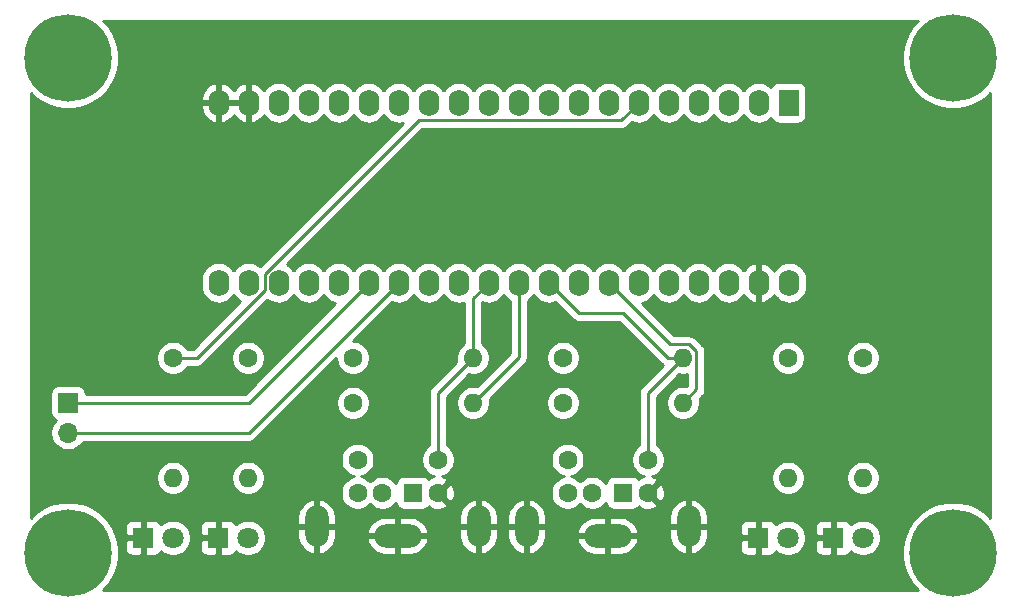
<source format=gbr>
%TF.GenerationSoftware,KiCad,Pcbnew,5.1.6*%
%TF.CreationDate,2021-01-14T16:45:27+01:00*%
%TF.ProjectId,din2usb_adapter,64696e32-7573-4625-9f61-646170746572,rev?*%
%TF.SameCoordinates,Original*%
%TF.FileFunction,Copper,L4,Bot*%
%TF.FilePolarity,Positive*%
%FSLAX46Y46*%
G04 Gerber Fmt 4.6, Leading zero omitted, Abs format (unit mm)*
G04 Created by KiCad (PCBNEW 5.1.6) date 2021-01-14 16:45:27*
%MOMM*%
%LPD*%
G01*
G04 APERTURE LIST*
%TA.AperFunction,ComponentPad*%
%ADD10O,4.000000X2.000000*%
%TD*%
%TA.AperFunction,ComponentPad*%
%ADD11C,1.600000*%
%TD*%
%TA.AperFunction,ComponentPad*%
%ADD12R,1.600000X1.600000*%
%TD*%
%TA.AperFunction,ComponentPad*%
%ADD13O,2.000000X3.500000*%
%TD*%
%TA.AperFunction,ComponentPad*%
%ADD14R,1.700000X1.700000*%
%TD*%
%TA.AperFunction,ComponentPad*%
%ADD15O,1.700000X1.700000*%
%TD*%
%TA.AperFunction,ComponentPad*%
%ADD16R,1.727200X2.250000*%
%TD*%
%TA.AperFunction,ComponentPad*%
%ADD17O,1.727200X2.250000*%
%TD*%
%TA.AperFunction,ComponentPad*%
%ADD18C,7.400000*%
%TD*%
%TA.AperFunction,ComponentPad*%
%ADD19O,1.600000X1.600000*%
%TD*%
%TA.AperFunction,ComponentPad*%
%ADD20C,1.800000*%
%TD*%
%TA.AperFunction,ComponentPad*%
%ADD21R,1.800000X1.800000*%
%TD*%
%TA.AperFunction,Conductor*%
%ADD22C,0.250000*%
%TD*%
%TA.AperFunction,Conductor*%
%ADD23C,0.254000*%
%TD*%
G04 APERTURE END LIST*
D10*
%TO.P,P2,7*%
%TO.N,GND*%
X132050000Y-107790000D03*
D11*
%TO.P,P2,6*%
%TO.N,N/C*%
X128650000Y-101340000D03*
%TO.P,P2,5*%
%TO.N,/CLOCK2*%
X135450000Y-101340000D03*
%TO.P,P2,4*%
%TO.N,+5V*%
X128650000Y-104140000D03*
%TO.P,P2,3*%
%TO.N,GND*%
X135450000Y-104140000D03*
%TO.P,P2,2*%
%TO.N,N/C*%
X130750000Y-104140000D03*
D12*
%TO.P,P2,1*%
%TO.N,/DATA2*%
X133350000Y-104140000D03*
D13*
%TO.P,P2,7*%
%TO.N,GND*%
X138900000Y-106990000D03*
X125200000Y-106990000D03*
%TD*%
D10*
%TO.P,P1,7*%
%TO.N,GND*%
X114270000Y-107790000D03*
D11*
%TO.P,P1,6*%
%TO.N,N/C*%
X110870000Y-101340000D03*
%TO.P,P1,5*%
%TO.N,/CLOCK1*%
X117670000Y-101340000D03*
%TO.P,P1,4*%
%TO.N,+5V*%
X110870000Y-104140000D03*
%TO.P,P1,3*%
%TO.N,GND*%
X117670000Y-104140000D03*
%TO.P,P1,2*%
%TO.N,N/C*%
X112970000Y-104140000D03*
D12*
%TO.P,P1,1*%
%TO.N,/DATA1*%
X115570000Y-104140000D03*
D13*
%TO.P,P1,7*%
%TO.N,GND*%
X121120000Y-106990000D03*
X107420000Y-106990000D03*
%TD*%
D14*
%TO.P,J1,1*%
%TO.N,Net-(J1-Pad1)*%
X86360000Y-96520000D03*
D15*
%TO.P,J1,2*%
%TO.N,Net-(J1-Pad2)*%
X86360000Y-99060000D03*
%TD*%
D16*
%TO.P,U1,1*%
%TO.N,N/C*%
X147370800Y-71120000D03*
D17*
%TO.P,U1,2*%
X144830800Y-71120000D03*
%TO.P,U1,3*%
X142290800Y-71120000D03*
%TO.P,U1,4*%
X139750800Y-71120000D03*
%TO.P,U1,5*%
X137210800Y-71120000D03*
%TO.P,U1,6*%
%TO.N,/KB1*%
X134670800Y-71120000D03*
%TO.P,U1,7*%
%TO.N,/MOUSE1*%
X132130800Y-71120000D03*
%TO.P,U1,8*%
%TO.N,/KB2*%
X129590800Y-71120000D03*
%TO.P,U1,9*%
%TO.N,/MOUSE2*%
X127050800Y-71120000D03*
%TO.P,U1,10*%
%TO.N,N/C*%
X124510800Y-71120000D03*
%TO.P,U1,11*%
X121970800Y-71120000D03*
%TO.P,U1,12*%
X119430800Y-71120000D03*
%TO.P,U1,13*%
X116890800Y-71120000D03*
%TO.P,U1,14*%
X114350800Y-71120000D03*
%TO.P,U1,15*%
X111810800Y-71120000D03*
%TO.P,U1,16*%
X109270800Y-71120000D03*
%TO.P,U1,17*%
X106730800Y-71120000D03*
%TO.P,U1,18*%
X104190800Y-71120000D03*
%TO.P,U1,19*%
%TO.N,GND*%
X101650800Y-71120000D03*
%TO.P,U1,20*%
X99110800Y-71120000D03*
%TO.P,U1,21*%
%TO.N,N/C*%
X99110800Y-86360000D03*
%TO.P,U1,22*%
X101650800Y-86360000D03*
%TO.P,U1,23*%
X104190800Y-86360000D03*
%TO.P,U1,24*%
X106730800Y-86360000D03*
%TO.P,U1,25*%
X109270800Y-86360000D03*
%TO.P,U1,26*%
%TO.N,Net-(J1-Pad1)*%
X111810800Y-86360000D03*
%TO.P,U1,27*%
%TO.N,Net-(J1-Pad2)*%
X114350800Y-86360000D03*
%TO.P,U1,28*%
%TO.N,N/C*%
X116890800Y-86360000D03*
%TO.P,U1,29*%
X119430800Y-86360000D03*
%TO.P,U1,30*%
%TO.N,/CLOCK1*%
X121970800Y-86360000D03*
%TO.P,U1,31*%
%TO.N,/DATA1*%
X124510800Y-86360000D03*
%TO.P,U1,32*%
%TO.N,/CLOCK2*%
X127050800Y-86360000D03*
%TO.P,U1,33*%
%TO.N,N/C*%
X129590800Y-86360000D03*
%TO.P,U1,34*%
%TO.N,/DATA2*%
X132130800Y-86360000D03*
%TO.P,U1,35*%
%TO.N,N/C*%
X134670800Y-86360000D03*
%TO.P,U1,36*%
X137210800Y-86360000D03*
%TO.P,U1,37*%
X139750800Y-86360000D03*
%TO.P,U1,38*%
%TO.N,+5V*%
X142290800Y-86360000D03*
%TO.P,U1,39*%
%TO.N,GND*%
X144830800Y-86360000D03*
%TO.P,U1,40*%
%TO.N,N/C*%
X147421600Y-86360000D03*
%TD*%
D18*
%TO.P,H3,1*%
%TO.N,N/C*%
X161290000Y-109220000D03*
%TD*%
%TO.P,H2,1*%
%TO.N,N/C*%
X86360000Y-109220000D03*
%TD*%
%TO.P,H4,1*%
%TO.N,N/C*%
X161290000Y-67310000D03*
%TD*%
%TO.P,H1,1*%
%TO.N,N/C*%
X86360000Y-67310000D03*
%TD*%
D19*
%TO.P,R8,2*%
%TO.N,Net-(D4-Pad2)*%
X153670000Y-102870000D03*
D11*
%TO.P,R8,1*%
%TO.N,/MOUSE2*%
X153670000Y-92710000D03*
%TD*%
D19*
%TO.P,R7,2*%
%TO.N,Net-(D3-Pad2)*%
X147320000Y-102870000D03*
D11*
%TO.P,R7,1*%
%TO.N,/KB2*%
X147320000Y-92710000D03*
%TD*%
D19*
%TO.P,R6,2*%
%TO.N,Net-(D2-Pad2)*%
X101600000Y-102870000D03*
D11*
%TO.P,R6,1*%
%TO.N,/MOUSE1*%
X101600000Y-92710000D03*
%TD*%
D19*
%TO.P,R5,2*%
%TO.N,Net-(D1-Pad2)*%
X95250000Y-102870000D03*
D11*
%TO.P,R5,1*%
%TO.N,/KB1*%
X95250000Y-92710000D03*
%TD*%
D19*
%TO.P,R4,2*%
%TO.N,/DATA2*%
X138430000Y-96520000D03*
D11*
%TO.P,R4,1*%
%TO.N,+5V*%
X128270000Y-96520000D03*
%TD*%
D19*
%TO.P,R3,2*%
%TO.N,/CLOCK2*%
X138430000Y-92710000D03*
D11*
%TO.P,R3,1*%
%TO.N,+5V*%
X128270000Y-92710000D03*
%TD*%
D19*
%TO.P,R2,2*%
%TO.N,/DATA1*%
X120650000Y-96520000D03*
D11*
%TO.P,R2,1*%
%TO.N,+5V*%
X110490000Y-96520000D03*
%TD*%
D19*
%TO.P,R1,2*%
%TO.N,/CLOCK1*%
X120650000Y-92710000D03*
D11*
%TO.P,R1,1*%
%TO.N,+5V*%
X110490000Y-92710000D03*
%TD*%
D20*
%TO.P,D4,2*%
%TO.N,Net-(D4-Pad2)*%
X153670000Y-107950000D03*
D21*
%TO.P,D4,1*%
%TO.N,GND*%
X151130000Y-107950000D03*
%TD*%
D20*
%TO.P,D3,2*%
%TO.N,Net-(D3-Pad2)*%
X147320000Y-107950000D03*
D21*
%TO.P,D3,1*%
%TO.N,GND*%
X144780000Y-107950000D03*
%TD*%
D20*
%TO.P,D2,2*%
%TO.N,Net-(D2-Pad2)*%
X101600000Y-107950000D03*
D21*
%TO.P,D2,1*%
%TO.N,GND*%
X99060000Y-107950000D03*
%TD*%
D20*
%TO.P,D1,2*%
%TO.N,Net-(D1-Pad2)*%
X95250000Y-107950000D03*
D21*
%TO.P,D1,1*%
%TO.N,GND*%
X92710000Y-107950000D03*
%TD*%
D22*
%TO.N,Net-(J1-Pad2)*%
X101650800Y-99060000D02*
X114350800Y-86360000D01*
X86360000Y-99060000D02*
X101650800Y-99060000D01*
%TO.N,Net-(J1-Pad1)*%
X101650800Y-96520000D02*
X111810800Y-86360000D01*
X86360000Y-96520000D02*
X101650800Y-96520000D01*
%TO.N,/CLOCK1*%
X120650000Y-87680800D02*
X121970800Y-86360000D01*
X120650000Y-92710000D02*
X120650000Y-87680800D01*
X117670000Y-95690000D02*
X120650000Y-92710000D01*
X117670000Y-101340000D02*
X117670000Y-95690000D01*
%TO.N,/DATA1*%
X124510800Y-92659200D02*
X124510800Y-86360000D01*
X120650000Y-96520000D02*
X124510800Y-92659200D01*
%TO.N,/CLOCK2*%
X138430000Y-92710000D02*
X137160000Y-92710000D01*
X137160000Y-92710000D02*
X133350000Y-88900000D01*
X129590800Y-88900000D02*
X127050800Y-86360000D01*
X133350000Y-88900000D02*
X129590800Y-88900000D01*
X135450000Y-95690000D02*
X138430000Y-92710000D01*
X135450000Y-101340000D02*
X135450000Y-95690000D01*
%TO.N,/DATA2*%
X139555001Y-95394999D02*
X138430000Y-96520000D01*
X139555001Y-92169999D02*
X139555001Y-95394999D01*
X138970001Y-91584999D02*
X139555001Y-92169999D01*
X137355799Y-91584999D02*
X138970001Y-91584999D01*
X132130800Y-86360000D02*
X137355799Y-91584999D01*
%TO.N,/KB1*%
X133220790Y-72570010D02*
X134670800Y-71120000D01*
X116038442Y-72570010D02*
X133220790Y-72570010D01*
X97243148Y-92710000D02*
X103002190Y-86950958D01*
X103002190Y-85606262D02*
X116038442Y-72570010D01*
X103002190Y-86950958D02*
X103002190Y-85606262D01*
X95250000Y-92710000D02*
X97243148Y-92710000D01*
%TD*%
D23*
%TO.N,GND*%
G36*
X157922786Y-64546599D02*
G01*
X157448373Y-65256608D01*
X157121592Y-66045527D01*
X156955000Y-66883040D01*
X156955000Y-67736960D01*
X157121592Y-68574473D01*
X157448373Y-69363392D01*
X157922786Y-70073401D01*
X158526599Y-70677214D01*
X159236608Y-71151627D01*
X160025527Y-71478408D01*
X160863040Y-71645000D01*
X161716960Y-71645000D01*
X162554473Y-71478408D01*
X163343392Y-71151627D01*
X164053401Y-70677214D01*
X164440000Y-70290615D01*
X164440001Y-106239386D01*
X164053401Y-105852786D01*
X163343392Y-105378373D01*
X162554473Y-105051592D01*
X161716960Y-104885000D01*
X160863040Y-104885000D01*
X160025527Y-105051592D01*
X159236608Y-105378373D01*
X158526599Y-105852786D01*
X157922786Y-106456599D01*
X157448373Y-107166608D01*
X157121592Y-107955527D01*
X156955000Y-108793040D01*
X156955000Y-109646960D01*
X157121592Y-110484473D01*
X157448373Y-111273392D01*
X157922786Y-111983401D01*
X158309385Y-112370000D01*
X89340615Y-112370000D01*
X89727214Y-111983401D01*
X90201627Y-111273392D01*
X90528408Y-110484473D01*
X90695000Y-109646960D01*
X90695000Y-108850000D01*
X91171928Y-108850000D01*
X91184188Y-108974482D01*
X91220498Y-109094180D01*
X91279463Y-109204494D01*
X91358815Y-109301185D01*
X91455506Y-109380537D01*
X91565820Y-109439502D01*
X91685518Y-109475812D01*
X91810000Y-109488072D01*
X92424250Y-109485000D01*
X92583000Y-109326250D01*
X92583000Y-108077000D01*
X91333750Y-108077000D01*
X91175000Y-108235750D01*
X91171928Y-108850000D01*
X90695000Y-108850000D01*
X90695000Y-108793040D01*
X90528408Y-107955527D01*
X90201627Y-107166608D01*
X90123713Y-107050000D01*
X91171928Y-107050000D01*
X91175000Y-107664250D01*
X91333750Y-107823000D01*
X92583000Y-107823000D01*
X92583000Y-106573750D01*
X92837000Y-106573750D01*
X92837000Y-107823000D01*
X92857000Y-107823000D01*
X92857000Y-108077000D01*
X92837000Y-108077000D01*
X92837000Y-109326250D01*
X92995750Y-109485000D01*
X93610000Y-109488072D01*
X93734482Y-109475812D01*
X93854180Y-109439502D01*
X93964494Y-109380537D01*
X94061185Y-109301185D01*
X94140537Y-109204494D01*
X94199502Y-109094180D01*
X94205056Y-109075873D01*
X94271495Y-109142312D01*
X94522905Y-109310299D01*
X94802257Y-109426011D01*
X95098816Y-109485000D01*
X95401184Y-109485000D01*
X95697743Y-109426011D01*
X95977095Y-109310299D01*
X96228505Y-109142312D01*
X96442312Y-108928505D01*
X96494767Y-108850000D01*
X97521928Y-108850000D01*
X97534188Y-108974482D01*
X97570498Y-109094180D01*
X97629463Y-109204494D01*
X97708815Y-109301185D01*
X97805506Y-109380537D01*
X97915820Y-109439502D01*
X98035518Y-109475812D01*
X98160000Y-109488072D01*
X98774250Y-109485000D01*
X98933000Y-109326250D01*
X98933000Y-108077000D01*
X97683750Y-108077000D01*
X97525000Y-108235750D01*
X97521928Y-108850000D01*
X96494767Y-108850000D01*
X96610299Y-108677095D01*
X96726011Y-108397743D01*
X96785000Y-108101184D01*
X96785000Y-107798816D01*
X96726011Y-107502257D01*
X96610299Y-107222905D01*
X96494768Y-107050000D01*
X97521928Y-107050000D01*
X97525000Y-107664250D01*
X97683750Y-107823000D01*
X98933000Y-107823000D01*
X98933000Y-106573750D01*
X99187000Y-106573750D01*
X99187000Y-107823000D01*
X99207000Y-107823000D01*
X99207000Y-108077000D01*
X99187000Y-108077000D01*
X99187000Y-109326250D01*
X99345750Y-109485000D01*
X99960000Y-109488072D01*
X100084482Y-109475812D01*
X100204180Y-109439502D01*
X100314494Y-109380537D01*
X100411185Y-109301185D01*
X100490537Y-109204494D01*
X100549502Y-109094180D01*
X100555056Y-109075873D01*
X100621495Y-109142312D01*
X100872905Y-109310299D01*
X101152257Y-109426011D01*
X101448816Y-109485000D01*
X101751184Y-109485000D01*
X102047743Y-109426011D01*
X102327095Y-109310299D01*
X102578505Y-109142312D01*
X102792312Y-108928505D01*
X102960299Y-108677095D01*
X103076011Y-108397743D01*
X103135000Y-108101184D01*
X103135000Y-107798816D01*
X103076011Y-107502257D01*
X102960299Y-107222905D01*
X102889536Y-107117000D01*
X105785000Y-107117000D01*
X105785000Y-107867000D01*
X105841193Y-108183532D01*
X105958058Y-108483020D01*
X106131105Y-108753954D01*
X106353683Y-108985922D01*
X106617239Y-109170010D01*
X106911645Y-109299144D01*
X107039566Y-109330124D01*
X107293000Y-109210777D01*
X107293000Y-107117000D01*
X107547000Y-107117000D01*
X107547000Y-109210777D01*
X107800434Y-109330124D01*
X107928355Y-109299144D01*
X108222761Y-109170010D01*
X108486317Y-108985922D01*
X108708895Y-108753954D01*
X108881942Y-108483020D01*
X108998807Y-108183532D01*
X109001132Y-108170434D01*
X111679876Y-108170434D01*
X111710856Y-108298355D01*
X111839990Y-108592761D01*
X112024078Y-108856317D01*
X112256046Y-109078895D01*
X112526980Y-109251942D01*
X112826468Y-109368807D01*
X113143000Y-109425000D01*
X114143000Y-109425000D01*
X114143000Y-107917000D01*
X114397000Y-107917000D01*
X114397000Y-109425000D01*
X115397000Y-109425000D01*
X115713532Y-109368807D01*
X116013020Y-109251942D01*
X116283954Y-109078895D01*
X116515922Y-108856317D01*
X116700010Y-108592761D01*
X116829144Y-108298355D01*
X116860124Y-108170434D01*
X116740777Y-107917000D01*
X114397000Y-107917000D01*
X114143000Y-107917000D01*
X111799223Y-107917000D01*
X111679876Y-108170434D01*
X109001132Y-108170434D01*
X109055000Y-107867000D01*
X109055000Y-107409566D01*
X111679876Y-107409566D01*
X111799223Y-107663000D01*
X114143000Y-107663000D01*
X114143000Y-106155000D01*
X114397000Y-106155000D01*
X114397000Y-107663000D01*
X116740777Y-107663000D01*
X116860124Y-107409566D01*
X116829144Y-107281645D01*
X116756927Y-107117000D01*
X119485000Y-107117000D01*
X119485000Y-107867000D01*
X119541193Y-108183532D01*
X119658058Y-108483020D01*
X119831105Y-108753954D01*
X120053683Y-108985922D01*
X120317239Y-109170010D01*
X120611645Y-109299144D01*
X120739566Y-109330124D01*
X120993000Y-109210777D01*
X120993000Y-107117000D01*
X121247000Y-107117000D01*
X121247000Y-109210777D01*
X121500434Y-109330124D01*
X121628355Y-109299144D01*
X121922761Y-109170010D01*
X122186317Y-108985922D01*
X122408895Y-108753954D01*
X122581942Y-108483020D01*
X122698807Y-108183532D01*
X122755000Y-107867000D01*
X122755000Y-107117000D01*
X123565000Y-107117000D01*
X123565000Y-107867000D01*
X123621193Y-108183532D01*
X123738058Y-108483020D01*
X123911105Y-108753954D01*
X124133683Y-108985922D01*
X124397239Y-109170010D01*
X124691645Y-109299144D01*
X124819566Y-109330124D01*
X125073000Y-109210777D01*
X125073000Y-107117000D01*
X125327000Y-107117000D01*
X125327000Y-109210777D01*
X125580434Y-109330124D01*
X125708355Y-109299144D01*
X126002761Y-109170010D01*
X126266317Y-108985922D01*
X126488895Y-108753954D01*
X126661942Y-108483020D01*
X126778807Y-108183532D01*
X126781132Y-108170434D01*
X129459876Y-108170434D01*
X129490856Y-108298355D01*
X129619990Y-108592761D01*
X129804078Y-108856317D01*
X130036046Y-109078895D01*
X130306980Y-109251942D01*
X130606468Y-109368807D01*
X130923000Y-109425000D01*
X131923000Y-109425000D01*
X131923000Y-107917000D01*
X132177000Y-107917000D01*
X132177000Y-109425000D01*
X133177000Y-109425000D01*
X133493532Y-109368807D01*
X133793020Y-109251942D01*
X134063954Y-109078895D01*
X134295922Y-108856317D01*
X134480010Y-108592761D01*
X134609144Y-108298355D01*
X134640124Y-108170434D01*
X134520777Y-107917000D01*
X132177000Y-107917000D01*
X131923000Y-107917000D01*
X129579223Y-107917000D01*
X129459876Y-108170434D01*
X126781132Y-108170434D01*
X126835000Y-107867000D01*
X126835000Y-107409566D01*
X129459876Y-107409566D01*
X129579223Y-107663000D01*
X131923000Y-107663000D01*
X131923000Y-106155000D01*
X132177000Y-106155000D01*
X132177000Y-107663000D01*
X134520777Y-107663000D01*
X134640124Y-107409566D01*
X134609144Y-107281645D01*
X134536927Y-107117000D01*
X137265000Y-107117000D01*
X137265000Y-107867000D01*
X137321193Y-108183532D01*
X137438058Y-108483020D01*
X137611105Y-108753954D01*
X137833683Y-108985922D01*
X138097239Y-109170010D01*
X138391645Y-109299144D01*
X138519566Y-109330124D01*
X138773000Y-109210777D01*
X138773000Y-107117000D01*
X139027000Y-107117000D01*
X139027000Y-109210777D01*
X139280434Y-109330124D01*
X139408355Y-109299144D01*
X139702761Y-109170010D01*
X139966317Y-108985922D01*
X140096736Y-108850000D01*
X143241928Y-108850000D01*
X143254188Y-108974482D01*
X143290498Y-109094180D01*
X143349463Y-109204494D01*
X143428815Y-109301185D01*
X143525506Y-109380537D01*
X143635820Y-109439502D01*
X143755518Y-109475812D01*
X143880000Y-109488072D01*
X144494250Y-109485000D01*
X144653000Y-109326250D01*
X144653000Y-108077000D01*
X143403750Y-108077000D01*
X143245000Y-108235750D01*
X143241928Y-108850000D01*
X140096736Y-108850000D01*
X140188895Y-108753954D01*
X140361942Y-108483020D01*
X140478807Y-108183532D01*
X140535000Y-107867000D01*
X140535000Y-107117000D01*
X139027000Y-107117000D01*
X138773000Y-107117000D01*
X137265000Y-107117000D01*
X134536927Y-107117000D01*
X134507539Y-107050000D01*
X143241928Y-107050000D01*
X143245000Y-107664250D01*
X143403750Y-107823000D01*
X144653000Y-107823000D01*
X144653000Y-106573750D01*
X144907000Y-106573750D01*
X144907000Y-107823000D01*
X144927000Y-107823000D01*
X144927000Y-108077000D01*
X144907000Y-108077000D01*
X144907000Y-109326250D01*
X145065750Y-109485000D01*
X145680000Y-109488072D01*
X145804482Y-109475812D01*
X145924180Y-109439502D01*
X146034494Y-109380537D01*
X146131185Y-109301185D01*
X146210537Y-109204494D01*
X146269502Y-109094180D01*
X146275056Y-109075873D01*
X146341495Y-109142312D01*
X146592905Y-109310299D01*
X146872257Y-109426011D01*
X147168816Y-109485000D01*
X147471184Y-109485000D01*
X147767743Y-109426011D01*
X148047095Y-109310299D01*
X148298505Y-109142312D01*
X148512312Y-108928505D01*
X148564767Y-108850000D01*
X149591928Y-108850000D01*
X149604188Y-108974482D01*
X149640498Y-109094180D01*
X149699463Y-109204494D01*
X149778815Y-109301185D01*
X149875506Y-109380537D01*
X149985820Y-109439502D01*
X150105518Y-109475812D01*
X150230000Y-109488072D01*
X150844250Y-109485000D01*
X151003000Y-109326250D01*
X151003000Y-108077000D01*
X149753750Y-108077000D01*
X149595000Y-108235750D01*
X149591928Y-108850000D01*
X148564767Y-108850000D01*
X148680299Y-108677095D01*
X148796011Y-108397743D01*
X148855000Y-108101184D01*
X148855000Y-107798816D01*
X148796011Y-107502257D01*
X148680299Y-107222905D01*
X148564768Y-107050000D01*
X149591928Y-107050000D01*
X149595000Y-107664250D01*
X149753750Y-107823000D01*
X151003000Y-107823000D01*
X151003000Y-106573750D01*
X151257000Y-106573750D01*
X151257000Y-107823000D01*
X151277000Y-107823000D01*
X151277000Y-108077000D01*
X151257000Y-108077000D01*
X151257000Y-109326250D01*
X151415750Y-109485000D01*
X152030000Y-109488072D01*
X152154482Y-109475812D01*
X152274180Y-109439502D01*
X152384494Y-109380537D01*
X152481185Y-109301185D01*
X152560537Y-109204494D01*
X152619502Y-109094180D01*
X152625056Y-109075873D01*
X152691495Y-109142312D01*
X152942905Y-109310299D01*
X153222257Y-109426011D01*
X153518816Y-109485000D01*
X153821184Y-109485000D01*
X154117743Y-109426011D01*
X154397095Y-109310299D01*
X154648505Y-109142312D01*
X154862312Y-108928505D01*
X155030299Y-108677095D01*
X155146011Y-108397743D01*
X155205000Y-108101184D01*
X155205000Y-107798816D01*
X155146011Y-107502257D01*
X155030299Y-107222905D01*
X154862312Y-106971495D01*
X154648505Y-106757688D01*
X154397095Y-106589701D01*
X154117743Y-106473989D01*
X153821184Y-106415000D01*
X153518816Y-106415000D01*
X153222257Y-106473989D01*
X152942905Y-106589701D01*
X152691495Y-106757688D01*
X152625056Y-106824127D01*
X152619502Y-106805820D01*
X152560537Y-106695506D01*
X152481185Y-106598815D01*
X152384494Y-106519463D01*
X152274180Y-106460498D01*
X152154482Y-106424188D01*
X152030000Y-106411928D01*
X151415750Y-106415000D01*
X151257000Y-106573750D01*
X151003000Y-106573750D01*
X150844250Y-106415000D01*
X150230000Y-106411928D01*
X150105518Y-106424188D01*
X149985820Y-106460498D01*
X149875506Y-106519463D01*
X149778815Y-106598815D01*
X149699463Y-106695506D01*
X149640498Y-106805820D01*
X149604188Y-106925518D01*
X149591928Y-107050000D01*
X148564768Y-107050000D01*
X148512312Y-106971495D01*
X148298505Y-106757688D01*
X148047095Y-106589701D01*
X147767743Y-106473989D01*
X147471184Y-106415000D01*
X147168816Y-106415000D01*
X146872257Y-106473989D01*
X146592905Y-106589701D01*
X146341495Y-106757688D01*
X146275056Y-106824127D01*
X146269502Y-106805820D01*
X146210537Y-106695506D01*
X146131185Y-106598815D01*
X146034494Y-106519463D01*
X145924180Y-106460498D01*
X145804482Y-106424188D01*
X145680000Y-106411928D01*
X145065750Y-106415000D01*
X144907000Y-106573750D01*
X144653000Y-106573750D01*
X144494250Y-106415000D01*
X143880000Y-106411928D01*
X143755518Y-106424188D01*
X143635820Y-106460498D01*
X143525506Y-106519463D01*
X143428815Y-106598815D01*
X143349463Y-106695506D01*
X143290498Y-106805820D01*
X143254188Y-106925518D01*
X143241928Y-107050000D01*
X134507539Y-107050000D01*
X134480010Y-106987239D01*
X134295922Y-106723683D01*
X134063954Y-106501105D01*
X133793020Y-106328058D01*
X133493532Y-106211193D01*
X133177000Y-106155000D01*
X132177000Y-106155000D01*
X131923000Y-106155000D01*
X130923000Y-106155000D01*
X130606468Y-106211193D01*
X130306980Y-106328058D01*
X130036046Y-106501105D01*
X129804078Y-106723683D01*
X129619990Y-106987239D01*
X129490856Y-107281645D01*
X129459876Y-107409566D01*
X126835000Y-107409566D01*
X126835000Y-107117000D01*
X125327000Y-107117000D01*
X125073000Y-107117000D01*
X123565000Y-107117000D01*
X122755000Y-107117000D01*
X121247000Y-107117000D01*
X120993000Y-107117000D01*
X119485000Y-107117000D01*
X116756927Y-107117000D01*
X116700010Y-106987239D01*
X116515922Y-106723683D01*
X116283954Y-106501105D01*
X116013020Y-106328058D01*
X115713532Y-106211193D01*
X115397000Y-106155000D01*
X114397000Y-106155000D01*
X114143000Y-106155000D01*
X113143000Y-106155000D01*
X112826468Y-106211193D01*
X112526980Y-106328058D01*
X112256046Y-106501105D01*
X112024078Y-106723683D01*
X111839990Y-106987239D01*
X111710856Y-107281645D01*
X111679876Y-107409566D01*
X109055000Y-107409566D01*
X109055000Y-107117000D01*
X107547000Y-107117000D01*
X107293000Y-107117000D01*
X105785000Y-107117000D01*
X102889536Y-107117000D01*
X102792312Y-106971495D01*
X102578505Y-106757688D01*
X102327095Y-106589701D01*
X102047743Y-106473989D01*
X101751184Y-106415000D01*
X101448816Y-106415000D01*
X101152257Y-106473989D01*
X100872905Y-106589701D01*
X100621495Y-106757688D01*
X100555056Y-106824127D01*
X100549502Y-106805820D01*
X100490537Y-106695506D01*
X100411185Y-106598815D01*
X100314494Y-106519463D01*
X100204180Y-106460498D01*
X100084482Y-106424188D01*
X99960000Y-106411928D01*
X99345750Y-106415000D01*
X99187000Y-106573750D01*
X98933000Y-106573750D01*
X98774250Y-106415000D01*
X98160000Y-106411928D01*
X98035518Y-106424188D01*
X97915820Y-106460498D01*
X97805506Y-106519463D01*
X97708815Y-106598815D01*
X97629463Y-106695506D01*
X97570498Y-106805820D01*
X97534188Y-106925518D01*
X97521928Y-107050000D01*
X96494768Y-107050000D01*
X96442312Y-106971495D01*
X96228505Y-106757688D01*
X95977095Y-106589701D01*
X95697743Y-106473989D01*
X95401184Y-106415000D01*
X95098816Y-106415000D01*
X94802257Y-106473989D01*
X94522905Y-106589701D01*
X94271495Y-106757688D01*
X94205056Y-106824127D01*
X94199502Y-106805820D01*
X94140537Y-106695506D01*
X94061185Y-106598815D01*
X93964494Y-106519463D01*
X93854180Y-106460498D01*
X93734482Y-106424188D01*
X93610000Y-106411928D01*
X92995750Y-106415000D01*
X92837000Y-106573750D01*
X92583000Y-106573750D01*
X92424250Y-106415000D01*
X91810000Y-106411928D01*
X91685518Y-106424188D01*
X91565820Y-106460498D01*
X91455506Y-106519463D01*
X91358815Y-106598815D01*
X91279463Y-106695506D01*
X91220498Y-106805820D01*
X91184188Y-106925518D01*
X91171928Y-107050000D01*
X90123713Y-107050000D01*
X89727214Y-106456599D01*
X89383615Y-106113000D01*
X105785000Y-106113000D01*
X105785000Y-106863000D01*
X107293000Y-106863000D01*
X107293000Y-104769223D01*
X107547000Y-104769223D01*
X107547000Y-106863000D01*
X109055000Y-106863000D01*
X109055000Y-106113000D01*
X119485000Y-106113000D01*
X119485000Y-106863000D01*
X120993000Y-106863000D01*
X120993000Y-104769223D01*
X121247000Y-104769223D01*
X121247000Y-106863000D01*
X122755000Y-106863000D01*
X122755000Y-106113000D01*
X123565000Y-106113000D01*
X123565000Y-106863000D01*
X125073000Y-106863000D01*
X125073000Y-104769223D01*
X125327000Y-104769223D01*
X125327000Y-106863000D01*
X126835000Y-106863000D01*
X126835000Y-106113000D01*
X137265000Y-106113000D01*
X137265000Y-106863000D01*
X138773000Y-106863000D01*
X138773000Y-104769223D01*
X139027000Y-104769223D01*
X139027000Y-106863000D01*
X140535000Y-106863000D01*
X140535000Y-106113000D01*
X140478807Y-105796468D01*
X140361942Y-105496980D01*
X140188895Y-105226046D01*
X139966317Y-104994078D01*
X139702761Y-104809990D01*
X139408355Y-104680856D01*
X139280434Y-104649876D01*
X139027000Y-104769223D01*
X138773000Y-104769223D01*
X138519566Y-104649876D01*
X138391645Y-104680856D01*
X138097239Y-104809990D01*
X137833683Y-104994078D01*
X137611105Y-105226046D01*
X137438058Y-105496980D01*
X137321193Y-105796468D01*
X137265000Y-106113000D01*
X126835000Y-106113000D01*
X126778807Y-105796468D01*
X126661942Y-105496980D01*
X126488895Y-105226046D01*
X126266317Y-104994078D01*
X126002761Y-104809990D01*
X125708355Y-104680856D01*
X125580434Y-104649876D01*
X125327000Y-104769223D01*
X125073000Y-104769223D01*
X124819566Y-104649876D01*
X124691645Y-104680856D01*
X124397239Y-104809990D01*
X124133683Y-104994078D01*
X123911105Y-105226046D01*
X123738058Y-105496980D01*
X123621193Y-105796468D01*
X123565000Y-106113000D01*
X122755000Y-106113000D01*
X122698807Y-105796468D01*
X122581942Y-105496980D01*
X122408895Y-105226046D01*
X122186317Y-104994078D01*
X121922761Y-104809990D01*
X121628355Y-104680856D01*
X121500434Y-104649876D01*
X121247000Y-104769223D01*
X120993000Y-104769223D01*
X120739566Y-104649876D01*
X120611645Y-104680856D01*
X120317239Y-104809990D01*
X120053683Y-104994078D01*
X119831105Y-105226046D01*
X119658058Y-105496980D01*
X119541193Y-105796468D01*
X119485000Y-106113000D01*
X109055000Y-106113000D01*
X108998807Y-105796468D01*
X108881942Y-105496980D01*
X108708895Y-105226046D01*
X108486317Y-104994078D01*
X108222761Y-104809990D01*
X107928355Y-104680856D01*
X107800434Y-104649876D01*
X107547000Y-104769223D01*
X107293000Y-104769223D01*
X107039566Y-104649876D01*
X106911645Y-104680856D01*
X106617239Y-104809990D01*
X106353683Y-104994078D01*
X106131105Y-105226046D01*
X105958058Y-105496980D01*
X105841193Y-105796468D01*
X105785000Y-106113000D01*
X89383615Y-106113000D01*
X89123401Y-105852786D01*
X88413392Y-105378373D01*
X87624473Y-105051592D01*
X86786960Y-104885000D01*
X85933040Y-104885000D01*
X85095527Y-105051592D01*
X84306608Y-105378373D01*
X83596599Y-105852786D01*
X83210000Y-106239385D01*
X83210000Y-102728665D01*
X93815000Y-102728665D01*
X93815000Y-103011335D01*
X93870147Y-103288574D01*
X93978320Y-103549727D01*
X94135363Y-103784759D01*
X94335241Y-103984637D01*
X94570273Y-104141680D01*
X94831426Y-104249853D01*
X95108665Y-104305000D01*
X95391335Y-104305000D01*
X95668574Y-104249853D01*
X95929727Y-104141680D01*
X96164759Y-103984637D01*
X96364637Y-103784759D01*
X96521680Y-103549727D01*
X96629853Y-103288574D01*
X96685000Y-103011335D01*
X96685000Y-102728665D01*
X100165000Y-102728665D01*
X100165000Y-103011335D01*
X100220147Y-103288574D01*
X100328320Y-103549727D01*
X100485363Y-103784759D01*
X100685241Y-103984637D01*
X100920273Y-104141680D01*
X101181426Y-104249853D01*
X101458665Y-104305000D01*
X101741335Y-104305000D01*
X102018574Y-104249853D01*
X102279727Y-104141680D01*
X102514759Y-103984637D01*
X102714637Y-103784759D01*
X102871680Y-103549727D01*
X102979853Y-103288574D01*
X103035000Y-103011335D01*
X103035000Y-102728665D01*
X102979853Y-102451426D01*
X102871680Y-102190273D01*
X102714637Y-101955241D01*
X102514759Y-101755363D01*
X102279727Y-101598320D01*
X102018574Y-101490147D01*
X101741335Y-101435000D01*
X101458665Y-101435000D01*
X101181426Y-101490147D01*
X100920273Y-101598320D01*
X100685241Y-101755363D01*
X100485363Y-101955241D01*
X100328320Y-102190273D01*
X100220147Y-102451426D01*
X100165000Y-102728665D01*
X96685000Y-102728665D01*
X96629853Y-102451426D01*
X96521680Y-102190273D01*
X96364637Y-101955241D01*
X96164759Y-101755363D01*
X95929727Y-101598320D01*
X95668574Y-101490147D01*
X95391335Y-101435000D01*
X95108665Y-101435000D01*
X94831426Y-101490147D01*
X94570273Y-101598320D01*
X94335241Y-101755363D01*
X94135363Y-101955241D01*
X93978320Y-102190273D01*
X93870147Y-102451426D01*
X93815000Y-102728665D01*
X83210000Y-102728665D01*
X83210000Y-95670000D01*
X84871928Y-95670000D01*
X84871928Y-97370000D01*
X84884188Y-97494482D01*
X84920498Y-97614180D01*
X84979463Y-97724494D01*
X85058815Y-97821185D01*
X85155506Y-97900537D01*
X85265820Y-97959502D01*
X85338380Y-97981513D01*
X85206525Y-98113368D01*
X85044010Y-98356589D01*
X84932068Y-98626842D01*
X84875000Y-98913740D01*
X84875000Y-99206260D01*
X84932068Y-99493158D01*
X85044010Y-99763411D01*
X85206525Y-100006632D01*
X85413368Y-100213475D01*
X85656589Y-100375990D01*
X85926842Y-100487932D01*
X86213740Y-100545000D01*
X86506260Y-100545000D01*
X86793158Y-100487932D01*
X87063411Y-100375990D01*
X87306632Y-100213475D01*
X87513475Y-100006632D01*
X87638178Y-99820000D01*
X101613478Y-99820000D01*
X101650800Y-99823676D01*
X101688122Y-99820000D01*
X101688133Y-99820000D01*
X101799786Y-99809003D01*
X101943047Y-99765546D01*
X102075076Y-99694974D01*
X102190801Y-99600001D01*
X102214604Y-99570997D01*
X105406936Y-96378665D01*
X109055000Y-96378665D01*
X109055000Y-96661335D01*
X109110147Y-96938574D01*
X109218320Y-97199727D01*
X109375363Y-97434759D01*
X109575241Y-97634637D01*
X109810273Y-97791680D01*
X110071426Y-97899853D01*
X110348665Y-97955000D01*
X110631335Y-97955000D01*
X110908574Y-97899853D01*
X111169727Y-97791680D01*
X111404759Y-97634637D01*
X111604637Y-97434759D01*
X111761680Y-97199727D01*
X111869853Y-96938574D01*
X111925000Y-96661335D01*
X111925000Y-96378665D01*
X111869853Y-96101426D01*
X111761680Y-95840273D01*
X111604637Y-95605241D01*
X111404759Y-95405363D01*
X111169727Y-95248320D01*
X110908574Y-95140147D01*
X110631335Y-95085000D01*
X110348665Y-95085000D01*
X110071426Y-95140147D01*
X109810273Y-95248320D01*
X109575241Y-95405363D01*
X109375363Y-95605241D01*
X109218320Y-95840273D01*
X109110147Y-96101426D01*
X109055000Y-96378665D01*
X105406936Y-96378665D01*
X109055000Y-92730602D01*
X109055000Y-92851335D01*
X109110147Y-93128574D01*
X109218320Y-93389727D01*
X109375363Y-93624759D01*
X109575241Y-93824637D01*
X109810273Y-93981680D01*
X110071426Y-94089853D01*
X110348665Y-94145000D01*
X110631335Y-94145000D01*
X110908574Y-94089853D01*
X111169727Y-93981680D01*
X111404759Y-93824637D01*
X111604637Y-93624759D01*
X111761680Y-93389727D01*
X111869853Y-93128574D01*
X111925000Y-92851335D01*
X111925000Y-92568665D01*
X111869853Y-92291426D01*
X111761680Y-92030273D01*
X111604637Y-91795241D01*
X111404759Y-91595363D01*
X111169727Y-91438320D01*
X110908574Y-91330147D01*
X110631335Y-91275000D01*
X110510602Y-91275000D01*
X113773520Y-88012082D01*
X113774537Y-88012625D01*
X114057024Y-88098316D01*
X114350800Y-88127251D01*
X114644577Y-88098316D01*
X114927064Y-88012625D01*
X115187406Y-87873469D01*
X115415597Y-87686197D01*
X115602869Y-87458006D01*
X115620800Y-87424460D01*
X115638731Y-87458006D01*
X115826003Y-87686197D01*
X116054195Y-87873469D01*
X116314537Y-88012625D01*
X116597024Y-88098316D01*
X116890800Y-88127251D01*
X117184577Y-88098316D01*
X117467064Y-88012625D01*
X117727406Y-87873469D01*
X117955597Y-87686197D01*
X118142869Y-87458006D01*
X118160800Y-87424460D01*
X118178731Y-87458006D01*
X118366003Y-87686197D01*
X118594195Y-87873469D01*
X118854537Y-88012625D01*
X119137024Y-88098316D01*
X119430800Y-88127251D01*
X119724577Y-88098316D01*
X119890001Y-88048135D01*
X119890000Y-91491956D01*
X119735241Y-91595363D01*
X119535363Y-91795241D01*
X119378320Y-92030273D01*
X119270147Y-92291426D01*
X119215000Y-92568665D01*
X119215000Y-92851335D01*
X119251312Y-93033886D01*
X117158998Y-95126201D01*
X117130000Y-95149999D01*
X117106202Y-95178997D01*
X117106201Y-95178998D01*
X117035026Y-95265724D01*
X116964454Y-95397754D01*
X116920998Y-95541015D01*
X116906324Y-95690000D01*
X116910001Y-95727332D01*
X116910000Y-100121956D01*
X116755241Y-100225363D01*
X116555363Y-100425241D01*
X116398320Y-100660273D01*
X116290147Y-100921426D01*
X116235000Y-101198665D01*
X116235000Y-101481335D01*
X116290147Y-101758574D01*
X116398320Y-102019727D01*
X116555363Y-102254759D01*
X116755241Y-102454637D01*
X116990273Y-102611680D01*
X117251426Y-102719853D01*
X117342186Y-102737907D01*
X117319870Y-102741213D01*
X117053708Y-102836397D01*
X116928486Y-102903329D01*
X116903014Y-102990141D01*
X116900537Y-102985506D01*
X116821185Y-102888815D01*
X116724494Y-102809463D01*
X116614180Y-102750498D01*
X116494482Y-102714188D01*
X116370000Y-102701928D01*
X114770000Y-102701928D01*
X114645518Y-102714188D01*
X114525820Y-102750498D01*
X114415506Y-102809463D01*
X114318815Y-102888815D01*
X114239463Y-102985506D01*
X114180498Y-103095820D01*
X114144188Y-103215518D01*
X114135703Y-103301667D01*
X114084637Y-103225241D01*
X113884759Y-103025363D01*
X113649727Y-102868320D01*
X113388574Y-102760147D01*
X113111335Y-102705000D01*
X112828665Y-102705000D01*
X112551426Y-102760147D01*
X112290273Y-102868320D01*
X112055241Y-103025363D01*
X111920000Y-103160604D01*
X111784759Y-103025363D01*
X111549727Y-102868320D01*
X111288574Y-102760147D01*
X111187290Y-102740000D01*
X111288574Y-102719853D01*
X111549727Y-102611680D01*
X111784759Y-102454637D01*
X111984637Y-102254759D01*
X112141680Y-102019727D01*
X112249853Y-101758574D01*
X112305000Y-101481335D01*
X112305000Y-101198665D01*
X112249853Y-100921426D01*
X112141680Y-100660273D01*
X111984637Y-100425241D01*
X111784759Y-100225363D01*
X111549727Y-100068320D01*
X111288574Y-99960147D01*
X111011335Y-99905000D01*
X110728665Y-99905000D01*
X110451426Y-99960147D01*
X110190273Y-100068320D01*
X109955241Y-100225363D01*
X109755363Y-100425241D01*
X109598320Y-100660273D01*
X109490147Y-100921426D01*
X109435000Y-101198665D01*
X109435000Y-101481335D01*
X109490147Y-101758574D01*
X109598320Y-102019727D01*
X109755363Y-102254759D01*
X109955241Y-102454637D01*
X110190273Y-102611680D01*
X110451426Y-102719853D01*
X110552710Y-102740000D01*
X110451426Y-102760147D01*
X110190273Y-102868320D01*
X109955241Y-103025363D01*
X109755363Y-103225241D01*
X109598320Y-103460273D01*
X109490147Y-103721426D01*
X109435000Y-103998665D01*
X109435000Y-104281335D01*
X109490147Y-104558574D01*
X109598320Y-104819727D01*
X109755363Y-105054759D01*
X109955241Y-105254637D01*
X110190273Y-105411680D01*
X110451426Y-105519853D01*
X110728665Y-105575000D01*
X111011335Y-105575000D01*
X111288574Y-105519853D01*
X111549727Y-105411680D01*
X111784759Y-105254637D01*
X111920000Y-105119396D01*
X112055241Y-105254637D01*
X112290273Y-105411680D01*
X112551426Y-105519853D01*
X112828665Y-105575000D01*
X113111335Y-105575000D01*
X113388574Y-105519853D01*
X113649727Y-105411680D01*
X113884759Y-105254637D01*
X114084637Y-105054759D01*
X114135703Y-104978333D01*
X114144188Y-105064482D01*
X114180498Y-105184180D01*
X114239463Y-105294494D01*
X114318815Y-105391185D01*
X114415506Y-105470537D01*
X114525820Y-105529502D01*
X114645518Y-105565812D01*
X114770000Y-105578072D01*
X116370000Y-105578072D01*
X116494482Y-105565812D01*
X116614180Y-105529502D01*
X116724494Y-105470537D01*
X116821185Y-105391185D01*
X116900537Y-105294494D01*
X116903014Y-105289859D01*
X116928486Y-105376671D01*
X117183996Y-105497571D01*
X117458184Y-105566300D01*
X117740512Y-105580217D01*
X118020130Y-105538787D01*
X118286292Y-105443603D01*
X118411514Y-105376671D01*
X118483097Y-105132702D01*
X117670000Y-104319605D01*
X117655858Y-104333748D01*
X117476253Y-104154143D01*
X117490395Y-104140000D01*
X117849605Y-104140000D01*
X118662702Y-104953097D01*
X118906671Y-104881514D01*
X119027571Y-104626004D01*
X119096300Y-104351816D01*
X119110217Y-104069488D01*
X119068787Y-103789870D01*
X118973603Y-103523708D01*
X118906671Y-103398486D01*
X118662702Y-103326903D01*
X117849605Y-104140000D01*
X117490395Y-104140000D01*
X117476253Y-104125858D01*
X117655858Y-103946253D01*
X117670000Y-103960395D01*
X118483097Y-103147298D01*
X118411514Y-102903329D01*
X118156004Y-102782429D01*
X117986982Y-102740061D01*
X118088574Y-102719853D01*
X118349727Y-102611680D01*
X118584759Y-102454637D01*
X118784637Y-102254759D01*
X118941680Y-102019727D01*
X119049853Y-101758574D01*
X119105000Y-101481335D01*
X119105000Y-101198665D01*
X119049853Y-100921426D01*
X118941680Y-100660273D01*
X118784637Y-100425241D01*
X118584759Y-100225363D01*
X118430000Y-100121957D01*
X118430000Y-96004801D01*
X120326114Y-94108688D01*
X120508665Y-94145000D01*
X120791335Y-94145000D01*
X121068574Y-94089853D01*
X121329727Y-93981680D01*
X121564759Y-93824637D01*
X121764637Y-93624759D01*
X121921680Y-93389727D01*
X122029853Y-93128574D01*
X122085000Y-92851335D01*
X122085000Y-92568665D01*
X122029853Y-92291426D01*
X121921680Y-92030273D01*
X121764637Y-91795241D01*
X121564759Y-91595363D01*
X121410000Y-91491957D01*
X121410000Y-88017316D01*
X121677024Y-88098316D01*
X121970800Y-88127251D01*
X122264577Y-88098316D01*
X122547064Y-88012625D01*
X122807406Y-87873469D01*
X123035597Y-87686197D01*
X123222869Y-87458006D01*
X123240800Y-87424460D01*
X123258731Y-87458006D01*
X123446003Y-87686197D01*
X123674195Y-87873469D01*
X123750801Y-87914416D01*
X123750800Y-92344398D01*
X120973887Y-95121312D01*
X120791335Y-95085000D01*
X120508665Y-95085000D01*
X120231426Y-95140147D01*
X119970273Y-95248320D01*
X119735241Y-95405363D01*
X119535363Y-95605241D01*
X119378320Y-95840273D01*
X119270147Y-96101426D01*
X119215000Y-96378665D01*
X119215000Y-96661335D01*
X119270147Y-96938574D01*
X119378320Y-97199727D01*
X119535363Y-97434759D01*
X119735241Y-97634637D01*
X119970273Y-97791680D01*
X120231426Y-97899853D01*
X120508665Y-97955000D01*
X120791335Y-97955000D01*
X121068574Y-97899853D01*
X121329727Y-97791680D01*
X121564759Y-97634637D01*
X121764637Y-97434759D01*
X121921680Y-97199727D01*
X122029853Y-96938574D01*
X122085000Y-96661335D01*
X122085000Y-96378665D01*
X126835000Y-96378665D01*
X126835000Y-96661335D01*
X126890147Y-96938574D01*
X126998320Y-97199727D01*
X127155363Y-97434759D01*
X127355241Y-97634637D01*
X127590273Y-97791680D01*
X127851426Y-97899853D01*
X128128665Y-97955000D01*
X128411335Y-97955000D01*
X128688574Y-97899853D01*
X128949727Y-97791680D01*
X129184759Y-97634637D01*
X129384637Y-97434759D01*
X129541680Y-97199727D01*
X129649853Y-96938574D01*
X129705000Y-96661335D01*
X129705000Y-96378665D01*
X129649853Y-96101426D01*
X129541680Y-95840273D01*
X129384637Y-95605241D01*
X129184759Y-95405363D01*
X128949727Y-95248320D01*
X128688574Y-95140147D01*
X128411335Y-95085000D01*
X128128665Y-95085000D01*
X127851426Y-95140147D01*
X127590273Y-95248320D01*
X127355241Y-95405363D01*
X127155363Y-95605241D01*
X126998320Y-95840273D01*
X126890147Y-96101426D01*
X126835000Y-96378665D01*
X122085000Y-96378665D01*
X122048688Y-96196113D01*
X125021804Y-93222998D01*
X125050801Y-93199201D01*
X125145774Y-93083476D01*
X125216346Y-92951447D01*
X125259803Y-92808186D01*
X125270800Y-92696533D01*
X125270800Y-92696525D01*
X125274476Y-92659200D01*
X125270800Y-92621875D01*
X125270800Y-92568665D01*
X126835000Y-92568665D01*
X126835000Y-92851335D01*
X126890147Y-93128574D01*
X126998320Y-93389727D01*
X127155363Y-93624759D01*
X127355241Y-93824637D01*
X127590273Y-93981680D01*
X127851426Y-94089853D01*
X128128665Y-94145000D01*
X128411335Y-94145000D01*
X128688574Y-94089853D01*
X128949727Y-93981680D01*
X129184759Y-93824637D01*
X129384637Y-93624759D01*
X129541680Y-93389727D01*
X129649853Y-93128574D01*
X129705000Y-92851335D01*
X129705000Y-92568665D01*
X129649853Y-92291426D01*
X129541680Y-92030273D01*
X129384637Y-91795241D01*
X129184759Y-91595363D01*
X128949727Y-91438320D01*
X128688574Y-91330147D01*
X128411335Y-91275000D01*
X128128665Y-91275000D01*
X127851426Y-91330147D01*
X127590273Y-91438320D01*
X127355241Y-91595363D01*
X127155363Y-91795241D01*
X126998320Y-92030273D01*
X126890147Y-92291426D01*
X126835000Y-92568665D01*
X125270800Y-92568665D01*
X125270800Y-87914416D01*
X125347406Y-87873469D01*
X125575597Y-87686197D01*
X125762869Y-87458006D01*
X125780800Y-87424460D01*
X125798731Y-87458006D01*
X125986003Y-87686197D01*
X126214195Y-87873469D01*
X126474537Y-88012625D01*
X126757024Y-88098316D01*
X127050800Y-88127251D01*
X127344577Y-88098316D01*
X127627064Y-88012625D01*
X127628080Y-88012082D01*
X129027005Y-89411008D01*
X129050799Y-89440001D01*
X129079792Y-89463795D01*
X129079796Y-89463799D01*
X129150485Y-89521811D01*
X129166524Y-89534974D01*
X129298553Y-89605546D01*
X129441814Y-89649003D01*
X129553467Y-89660000D01*
X129553476Y-89660000D01*
X129590799Y-89663676D01*
X129628122Y-89660000D01*
X133035199Y-89660000D01*
X136596201Y-93221003D01*
X136619999Y-93250001D01*
X136727211Y-93337987D01*
X134938998Y-95126201D01*
X134910000Y-95149999D01*
X134886202Y-95178997D01*
X134886201Y-95178998D01*
X134815026Y-95265724D01*
X134744454Y-95397754D01*
X134700998Y-95541015D01*
X134686324Y-95690000D01*
X134690001Y-95727332D01*
X134690000Y-100121956D01*
X134535241Y-100225363D01*
X134335363Y-100425241D01*
X134178320Y-100660273D01*
X134070147Y-100921426D01*
X134015000Y-101198665D01*
X134015000Y-101481335D01*
X134070147Y-101758574D01*
X134178320Y-102019727D01*
X134335363Y-102254759D01*
X134535241Y-102454637D01*
X134770273Y-102611680D01*
X135031426Y-102719853D01*
X135122186Y-102737907D01*
X135099870Y-102741213D01*
X134833708Y-102836397D01*
X134708486Y-102903329D01*
X134683014Y-102990141D01*
X134680537Y-102985506D01*
X134601185Y-102888815D01*
X134504494Y-102809463D01*
X134394180Y-102750498D01*
X134274482Y-102714188D01*
X134150000Y-102701928D01*
X132550000Y-102701928D01*
X132425518Y-102714188D01*
X132305820Y-102750498D01*
X132195506Y-102809463D01*
X132098815Y-102888815D01*
X132019463Y-102985506D01*
X131960498Y-103095820D01*
X131924188Y-103215518D01*
X131915703Y-103301667D01*
X131864637Y-103225241D01*
X131664759Y-103025363D01*
X131429727Y-102868320D01*
X131168574Y-102760147D01*
X130891335Y-102705000D01*
X130608665Y-102705000D01*
X130331426Y-102760147D01*
X130070273Y-102868320D01*
X129835241Y-103025363D01*
X129700000Y-103160604D01*
X129564759Y-103025363D01*
X129329727Y-102868320D01*
X129068574Y-102760147D01*
X128967290Y-102740000D01*
X129068574Y-102719853D01*
X129329727Y-102611680D01*
X129564759Y-102454637D01*
X129764637Y-102254759D01*
X129921680Y-102019727D01*
X130029853Y-101758574D01*
X130085000Y-101481335D01*
X130085000Y-101198665D01*
X130029853Y-100921426D01*
X129921680Y-100660273D01*
X129764637Y-100425241D01*
X129564759Y-100225363D01*
X129329727Y-100068320D01*
X129068574Y-99960147D01*
X128791335Y-99905000D01*
X128508665Y-99905000D01*
X128231426Y-99960147D01*
X127970273Y-100068320D01*
X127735241Y-100225363D01*
X127535363Y-100425241D01*
X127378320Y-100660273D01*
X127270147Y-100921426D01*
X127215000Y-101198665D01*
X127215000Y-101481335D01*
X127270147Y-101758574D01*
X127378320Y-102019727D01*
X127535363Y-102254759D01*
X127735241Y-102454637D01*
X127970273Y-102611680D01*
X128231426Y-102719853D01*
X128332710Y-102740000D01*
X128231426Y-102760147D01*
X127970273Y-102868320D01*
X127735241Y-103025363D01*
X127535363Y-103225241D01*
X127378320Y-103460273D01*
X127270147Y-103721426D01*
X127215000Y-103998665D01*
X127215000Y-104281335D01*
X127270147Y-104558574D01*
X127378320Y-104819727D01*
X127535363Y-105054759D01*
X127735241Y-105254637D01*
X127970273Y-105411680D01*
X128231426Y-105519853D01*
X128508665Y-105575000D01*
X128791335Y-105575000D01*
X129068574Y-105519853D01*
X129329727Y-105411680D01*
X129564759Y-105254637D01*
X129700000Y-105119396D01*
X129835241Y-105254637D01*
X130070273Y-105411680D01*
X130331426Y-105519853D01*
X130608665Y-105575000D01*
X130891335Y-105575000D01*
X131168574Y-105519853D01*
X131429727Y-105411680D01*
X131664759Y-105254637D01*
X131864637Y-105054759D01*
X131915703Y-104978333D01*
X131924188Y-105064482D01*
X131960498Y-105184180D01*
X132019463Y-105294494D01*
X132098815Y-105391185D01*
X132195506Y-105470537D01*
X132305820Y-105529502D01*
X132425518Y-105565812D01*
X132550000Y-105578072D01*
X134150000Y-105578072D01*
X134274482Y-105565812D01*
X134394180Y-105529502D01*
X134504494Y-105470537D01*
X134601185Y-105391185D01*
X134680537Y-105294494D01*
X134683014Y-105289859D01*
X134708486Y-105376671D01*
X134963996Y-105497571D01*
X135238184Y-105566300D01*
X135520512Y-105580217D01*
X135800130Y-105538787D01*
X136066292Y-105443603D01*
X136191514Y-105376671D01*
X136263097Y-105132702D01*
X135450000Y-104319605D01*
X135435858Y-104333748D01*
X135256253Y-104154143D01*
X135270395Y-104140000D01*
X135629605Y-104140000D01*
X136442702Y-104953097D01*
X136686671Y-104881514D01*
X136807571Y-104626004D01*
X136876300Y-104351816D01*
X136890217Y-104069488D01*
X136848787Y-103789870D01*
X136753603Y-103523708D01*
X136686671Y-103398486D01*
X136442702Y-103326903D01*
X135629605Y-104140000D01*
X135270395Y-104140000D01*
X135256253Y-104125858D01*
X135435858Y-103946253D01*
X135450000Y-103960395D01*
X136263097Y-103147298D01*
X136191514Y-102903329D01*
X135936004Y-102782429D01*
X135766982Y-102740061D01*
X135824273Y-102728665D01*
X145885000Y-102728665D01*
X145885000Y-103011335D01*
X145940147Y-103288574D01*
X146048320Y-103549727D01*
X146205363Y-103784759D01*
X146405241Y-103984637D01*
X146640273Y-104141680D01*
X146901426Y-104249853D01*
X147178665Y-104305000D01*
X147461335Y-104305000D01*
X147738574Y-104249853D01*
X147999727Y-104141680D01*
X148234759Y-103984637D01*
X148434637Y-103784759D01*
X148591680Y-103549727D01*
X148699853Y-103288574D01*
X148755000Y-103011335D01*
X148755000Y-102728665D01*
X152235000Y-102728665D01*
X152235000Y-103011335D01*
X152290147Y-103288574D01*
X152398320Y-103549727D01*
X152555363Y-103784759D01*
X152755241Y-103984637D01*
X152990273Y-104141680D01*
X153251426Y-104249853D01*
X153528665Y-104305000D01*
X153811335Y-104305000D01*
X154088574Y-104249853D01*
X154349727Y-104141680D01*
X154584759Y-103984637D01*
X154784637Y-103784759D01*
X154941680Y-103549727D01*
X155049853Y-103288574D01*
X155105000Y-103011335D01*
X155105000Y-102728665D01*
X155049853Y-102451426D01*
X154941680Y-102190273D01*
X154784637Y-101955241D01*
X154584759Y-101755363D01*
X154349727Y-101598320D01*
X154088574Y-101490147D01*
X153811335Y-101435000D01*
X153528665Y-101435000D01*
X153251426Y-101490147D01*
X152990273Y-101598320D01*
X152755241Y-101755363D01*
X152555363Y-101955241D01*
X152398320Y-102190273D01*
X152290147Y-102451426D01*
X152235000Y-102728665D01*
X148755000Y-102728665D01*
X148699853Y-102451426D01*
X148591680Y-102190273D01*
X148434637Y-101955241D01*
X148234759Y-101755363D01*
X147999727Y-101598320D01*
X147738574Y-101490147D01*
X147461335Y-101435000D01*
X147178665Y-101435000D01*
X146901426Y-101490147D01*
X146640273Y-101598320D01*
X146405241Y-101755363D01*
X146205363Y-101955241D01*
X146048320Y-102190273D01*
X145940147Y-102451426D01*
X145885000Y-102728665D01*
X135824273Y-102728665D01*
X135868574Y-102719853D01*
X136129727Y-102611680D01*
X136364759Y-102454637D01*
X136564637Y-102254759D01*
X136721680Y-102019727D01*
X136829853Y-101758574D01*
X136885000Y-101481335D01*
X136885000Y-101198665D01*
X136829853Y-100921426D01*
X136721680Y-100660273D01*
X136564637Y-100425241D01*
X136364759Y-100225363D01*
X136210000Y-100121957D01*
X136210000Y-96004801D01*
X138106114Y-94108688D01*
X138288665Y-94145000D01*
X138571335Y-94145000D01*
X138795002Y-94100509D01*
X138795002Y-95080196D01*
X138753886Y-95121312D01*
X138571335Y-95085000D01*
X138288665Y-95085000D01*
X138011426Y-95140147D01*
X137750273Y-95248320D01*
X137515241Y-95405363D01*
X137315363Y-95605241D01*
X137158320Y-95840273D01*
X137050147Y-96101426D01*
X136995000Y-96378665D01*
X136995000Y-96661335D01*
X137050147Y-96938574D01*
X137158320Y-97199727D01*
X137315363Y-97434759D01*
X137515241Y-97634637D01*
X137750273Y-97791680D01*
X138011426Y-97899853D01*
X138288665Y-97955000D01*
X138571335Y-97955000D01*
X138848574Y-97899853D01*
X139109727Y-97791680D01*
X139344759Y-97634637D01*
X139544637Y-97434759D01*
X139701680Y-97199727D01*
X139809853Y-96938574D01*
X139865000Y-96661335D01*
X139865000Y-96378665D01*
X139828688Y-96196114D01*
X140066004Y-95958798D01*
X140095002Y-95935000D01*
X140189975Y-95819275D01*
X140260547Y-95687246D01*
X140304004Y-95543985D01*
X140315001Y-95432332D01*
X140315001Y-95432324D01*
X140318677Y-95394999D01*
X140315001Y-95357674D01*
X140315001Y-92568665D01*
X145885000Y-92568665D01*
X145885000Y-92851335D01*
X145940147Y-93128574D01*
X146048320Y-93389727D01*
X146205363Y-93624759D01*
X146405241Y-93824637D01*
X146640273Y-93981680D01*
X146901426Y-94089853D01*
X147178665Y-94145000D01*
X147461335Y-94145000D01*
X147738574Y-94089853D01*
X147999727Y-93981680D01*
X148234759Y-93824637D01*
X148434637Y-93624759D01*
X148591680Y-93389727D01*
X148699853Y-93128574D01*
X148755000Y-92851335D01*
X148755000Y-92568665D01*
X152235000Y-92568665D01*
X152235000Y-92851335D01*
X152290147Y-93128574D01*
X152398320Y-93389727D01*
X152555363Y-93624759D01*
X152755241Y-93824637D01*
X152990273Y-93981680D01*
X153251426Y-94089853D01*
X153528665Y-94145000D01*
X153811335Y-94145000D01*
X154088574Y-94089853D01*
X154349727Y-93981680D01*
X154584759Y-93824637D01*
X154784637Y-93624759D01*
X154941680Y-93389727D01*
X155049853Y-93128574D01*
X155105000Y-92851335D01*
X155105000Y-92568665D01*
X155049853Y-92291426D01*
X154941680Y-92030273D01*
X154784637Y-91795241D01*
X154584759Y-91595363D01*
X154349727Y-91438320D01*
X154088574Y-91330147D01*
X153811335Y-91275000D01*
X153528665Y-91275000D01*
X153251426Y-91330147D01*
X152990273Y-91438320D01*
X152755241Y-91595363D01*
X152555363Y-91795241D01*
X152398320Y-92030273D01*
X152290147Y-92291426D01*
X152235000Y-92568665D01*
X148755000Y-92568665D01*
X148699853Y-92291426D01*
X148591680Y-92030273D01*
X148434637Y-91795241D01*
X148234759Y-91595363D01*
X147999727Y-91438320D01*
X147738574Y-91330147D01*
X147461335Y-91275000D01*
X147178665Y-91275000D01*
X146901426Y-91330147D01*
X146640273Y-91438320D01*
X146405241Y-91595363D01*
X146205363Y-91795241D01*
X146048320Y-92030273D01*
X145940147Y-92291426D01*
X145885000Y-92568665D01*
X140315001Y-92568665D01*
X140315001Y-92207322D01*
X140318677Y-92169999D01*
X140315001Y-92132676D01*
X140315001Y-92132666D01*
X140304004Y-92021013D01*
X140260547Y-91877752D01*
X140260276Y-91877245D01*
X140189975Y-91745722D01*
X140118800Y-91658996D01*
X140095002Y-91629998D01*
X140066005Y-91606201D01*
X139533804Y-91074001D01*
X139510002Y-91044998D01*
X139394277Y-90950025D01*
X139262248Y-90879453D01*
X139118987Y-90835996D01*
X139007334Y-90824999D01*
X139007323Y-90824999D01*
X138970001Y-90821323D01*
X138932679Y-90824999D01*
X137670602Y-90824999D01*
X134945770Y-88100168D01*
X134964577Y-88098316D01*
X135247064Y-88012625D01*
X135507406Y-87873469D01*
X135735597Y-87686197D01*
X135922869Y-87458006D01*
X135940800Y-87424460D01*
X135958731Y-87458006D01*
X136146003Y-87686197D01*
X136374195Y-87873469D01*
X136634537Y-88012625D01*
X136917024Y-88098316D01*
X137210800Y-88127251D01*
X137504577Y-88098316D01*
X137787064Y-88012625D01*
X138047406Y-87873469D01*
X138275597Y-87686197D01*
X138462869Y-87458006D01*
X138480800Y-87424460D01*
X138498731Y-87458006D01*
X138686003Y-87686197D01*
X138914195Y-87873469D01*
X139174537Y-88012625D01*
X139457024Y-88098316D01*
X139750800Y-88127251D01*
X140044577Y-88098316D01*
X140327064Y-88012625D01*
X140587406Y-87873469D01*
X140815597Y-87686197D01*
X141002869Y-87458006D01*
X141020800Y-87424460D01*
X141038731Y-87458006D01*
X141226003Y-87686197D01*
X141454195Y-87873469D01*
X141714537Y-88012625D01*
X141997024Y-88098316D01*
X142290800Y-88127251D01*
X142584577Y-88098316D01*
X142867064Y-88012625D01*
X143127406Y-87873469D01*
X143355597Y-87686197D01*
X143542869Y-87458006D01*
X143563907Y-87418647D01*
X143655317Y-87559574D01*
X143860932Y-87770873D01*
X144103819Y-87937998D01*
X144374643Y-88054527D01*
X144471774Y-88076358D01*
X144703800Y-87955217D01*
X144703800Y-86487000D01*
X144683800Y-86487000D01*
X144683800Y-86233000D01*
X144703800Y-86233000D01*
X144703800Y-84764783D01*
X144957800Y-84764783D01*
X144957800Y-86233000D01*
X144977800Y-86233000D01*
X144977800Y-86487000D01*
X144957800Y-86487000D01*
X144957800Y-87955217D01*
X145189826Y-88076358D01*
X145286957Y-88054527D01*
X145557781Y-87937998D01*
X145800668Y-87770873D01*
X146006283Y-87559574D01*
X146125543Y-87375711D01*
X146169531Y-87458006D01*
X146356803Y-87686197D01*
X146584995Y-87873469D01*
X146845337Y-88012625D01*
X147127824Y-88098316D01*
X147421600Y-88127251D01*
X147715377Y-88098316D01*
X147997864Y-88012625D01*
X148258206Y-87873469D01*
X148486397Y-87686197D01*
X148673669Y-87458006D01*
X148812825Y-87197664D01*
X148898516Y-86915176D01*
X148920200Y-86695018D01*
X148920200Y-86024981D01*
X148898516Y-85804823D01*
X148812825Y-85522336D01*
X148673669Y-85261994D01*
X148486397Y-85033803D01*
X148258205Y-84846531D01*
X147997863Y-84707375D01*
X147715376Y-84621684D01*
X147421600Y-84592749D01*
X147127823Y-84621684D01*
X146845336Y-84707375D01*
X146584994Y-84846531D01*
X146356803Y-85033803D01*
X146169531Y-85261995D01*
X146125544Y-85344289D01*
X146006283Y-85160426D01*
X145800668Y-84949127D01*
X145557781Y-84782002D01*
X145286957Y-84665473D01*
X145189826Y-84643642D01*
X144957800Y-84764783D01*
X144703800Y-84764783D01*
X144471774Y-84643642D01*
X144374643Y-84665473D01*
X144103819Y-84782002D01*
X143860932Y-84949127D01*
X143655317Y-85160426D01*
X143563907Y-85301353D01*
X143542869Y-85261994D01*
X143355597Y-85033803D01*
X143127405Y-84846531D01*
X142867063Y-84707375D01*
X142584576Y-84621684D01*
X142290800Y-84592749D01*
X141997023Y-84621684D01*
X141714536Y-84707375D01*
X141454194Y-84846531D01*
X141226003Y-85033803D01*
X141038731Y-85261995D01*
X141020800Y-85295541D01*
X141002869Y-85261994D01*
X140815597Y-85033803D01*
X140587405Y-84846531D01*
X140327063Y-84707375D01*
X140044576Y-84621684D01*
X139750800Y-84592749D01*
X139457023Y-84621684D01*
X139174536Y-84707375D01*
X138914194Y-84846531D01*
X138686003Y-85033803D01*
X138498731Y-85261995D01*
X138480800Y-85295541D01*
X138462869Y-85261994D01*
X138275597Y-85033803D01*
X138047405Y-84846531D01*
X137787063Y-84707375D01*
X137504576Y-84621684D01*
X137210800Y-84592749D01*
X136917023Y-84621684D01*
X136634536Y-84707375D01*
X136374194Y-84846531D01*
X136146003Y-85033803D01*
X135958731Y-85261995D01*
X135940800Y-85295541D01*
X135922869Y-85261994D01*
X135735597Y-85033803D01*
X135507405Y-84846531D01*
X135247063Y-84707375D01*
X134964576Y-84621684D01*
X134670800Y-84592749D01*
X134377023Y-84621684D01*
X134094536Y-84707375D01*
X133834194Y-84846531D01*
X133606003Y-85033803D01*
X133418731Y-85261995D01*
X133400800Y-85295541D01*
X133382869Y-85261994D01*
X133195597Y-85033803D01*
X132967405Y-84846531D01*
X132707063Y-84707375D01*
X132424576Y-84621684D01*
X132130800Y-84592749D01*
X131837023Y-84621684D01*
X131554536Y-84707375D01*
X131294194Y-84846531D01*
X131066003Y-85033803D01*
X130878731Y-85261995D01*
X130860800Y-85295541D01*
X130842869Y-85261994D01*
X130655597Y-85033803D01*
X130427405Y-84846531D01*
X130167063Y-84707375D01*
X129884576Y-84621684D01*
X129590800Y-84592749D01*
X129297023Y-84621684D01*
X129014536Y-84707375D01*
X128754194Y-84846531D01*
X128526003Y-85033803D01*
X128338731Y-85261995D01*
X128320800Y-85295541D01*
X128302869Y-85261994D01*
X128115597Y-85033803D01*
X127887405Y-84846531D01*
X127627063Y-84707375D01*
X127344576Y-84621684D01*
X127050800Y-84592749D01*
X126757023Y-84621684D01*
X126474536Y-84707375D01*
X126214194Y-84846531D01*
X125986003Y-85033803D01*
X125798731Y-85261995D01*
X125780800Y-85295541D01*
X125762869Y-85261994D01*
X125575597Y-85033803D01*
X125347405Y-84846531D01*
X125087063Y-84707375D01*
X124804576Y-84621684D01*
X124510800Y-84592749D01*
X124217023Y-84621684D01*
X123934536Y-84707375D01*
X123674194Y-84846531D01*
X123446003Y-85033803D01*
X123258731Y-85261995D01*
X123240800Y-85295541D01*
X123222869Y-85261994D01*
X123035597Y-85033803D01*
X122807405Y-84846531D01*
X122547063Y-84707375D01*
X122264576Y-84621684D01*
X121970800Y-84592749D01*
X121677023Y-84621684D01*
X121394536Y-84707375D01*
X121134194Y-84846531D01*
X120906003Y-85033803D01*
X120718731Y-85261995D01*
X120700800Y-85295541D01*
X120682869Y-85261994D01*
X120495597Y-85033803D01*
X120267405Y-84846531D01*
X120007063Y-84707375D01*
X119724576Y-84621684D01*
X119430800Y-84592749D01*
X119137023Y-84621684D01*
X118854536Y-84707375D01*
X118594194Y-84846531D01*
X118366003Y-85033803D01*
X118178731Y-85261995D01*
X118160800Y-85295541D01*
X118142869Y-85261994D01*
X117955597Y-85033803D01*
X117727405Y-84846531D01*
X117467063Y-84707375D01*
X117184576Y-84621684D01*
X116890800Y-84592749D01*
X116597023Y-84621684D01*
X116314536Y-84707375D01*
X116054194Y-84846531D01*
X115826003Y-85033803D01*
X115638731Y-85261995D01*
X115620800Y-85295541D01*
X115602869Y-85261994D01*
X115415597Y-85033803D01*
X115187405Y-84846531D01*
X114927063Y-84707375D01*
X114644576Y-84621684D01*
X114350800Y-84592749D01*
X114057023Y-84621684D01*
X113774536Y-84707375D01*
X113514194Y-84846531D01*
X113286003Y-85033803D01*
X113098731Y-85261995D01*
X113080800Y-85295541D01*
X113062869Y-85261994D01*
X112875597Y-85033803D01*
X112647405Y-84846531D01*
X112387063Y-84707375D01*
X112104576Y-84621684D01*
X111810800Y-84592749D01*
X111517023Y-84621684D01*
X111234536Y-84707375D01*
X110974194Y-84846531D01*
X110746003Y-85033803D01*
X110558731Y-85261995D01*
X110540800Y-85295541D01*
X110522869Y-85261994D01*
X110335597Y-85033803D01*
X110107405Y-84846531D01*
X109847063Y-84707375D01*
X109564576Y-84621684D01*
X109270800Y-84592749D01*
X108977023Y-84621684D01*
X108694536Y-84707375D01*
X108434194Y-84846531D01*
X108206003Y-85033803D01*
X108018731Y-85261995D01*
X108000800Y-85295541D01*
X107982869Y-85261994D01*
X107795597Y-85033803D01*
X107567405Y-84846531D01*
X107307063Y-84707375D01*
X107024576Y-84621684D01*
X106730800Y-84592749D01*
X106437023Y-84621684D01*
X106154536Y-84707375D01*
X105894194Y-84846531D01*
X105666003Y-85033803D01*
X105478731Y-85261995D01*
X105460800Y-85295541D01*
X105442869Y-85261994D01*
X105255597Y-85033803D01*
X105027405Y-84846531D01*
X104903142Y-84780111D01*
X116353245Y-73330010D01*
X133183468Y-73330010D01*
X133220790Y-73333686D01*
X133258112Y-73330010D01*
X133258123Y-73330010D01*
X133369776Y-73319013D01*
X133513037Y-73275556D01*
X133645066Y-73204984D01*
X133760791Y-73110011D01*
X133784594Y-73081007D01*
X134093520Y-72772082D01*
X134094536Y-72772625D01*
X134377023Y-72858316D01*
X134670800Y-72887251D01*
X134964576Y-72858316D01*
X135247063Y-72772625D01*
X135507405Y-72633469D01*
X135735597Y-72446197D01*
X135922869Y-72218006D01*
X135940800Y-72184459D01*
X135958731Y-72218005D01*
X136146003Y-72446197D01*
X136374194Y-72633469D01*
X136634536Y-72772625D01*
X136917023Y-72858316D01*
X137210800Y-72887251D01*
X137504576Y-72858316D01*
X137787063Y-72772625D01*
X138047405Y-72633469D01*
X138275597Y-72446197D01*
X138462869Y-72218006D01*
X138480800Y-72184459D01*
X138498731Y-72218005D01*
X138686003Y-72446197D01*
X138914194Y-72633469D01*
X139174536Y-72772625D01*
X139457023Y-72858316D01*
X139750800Y-72887251D01*
X140044576Y-72858316D01*
X140327063Y-72772625D01*
X140587405Y-72633469D01*
X140815597Y-72446197D01*
X141002869Y-72218006D01*
X141020800Y-72184459D01*
X141038731Y-72218005D01*
X141226003Y-72446197D01*
X141454194Y-72633469D01*
X141714536Y-72772625D01*
X141997023Y-72858316D01*
X142290800Y-72887251D01*
X142584576Y-72858316D01*
X142867063Y-72772625D01*
X143127405Y-72633469D01*
X143355597Y-72446197D01*
X143542869Y-72218006D01*
X143560800Y-72184459D01*
X143578731Y-72218005D01*
X143766003Y-72446197D01*
X143994194Y-72633469D01*
X144254536Y-72772625D01*
X144537023Y-72858316D01*
X144830800Y-72887251D01*
X145124576Y-72858316D01*
X145407063Y-72772625D01*
X145667405Y-72633469D01*
X145895597Y-72446197D01*
X145902214Y-72438135D01*
X145917698Y-72489180D01*
X145976663Y-72599494D01*
X146056015Y-72696185D01*
X146152706Y-72775537D01*
X146263020Y-72834502D01*
X146382718Y-72870812D01*
X146507200Y-72883072D01*
X148234400Y-72883072D01*
X148358882Y-72870812D01*
X148478580Y-72834502D01*
X148588894Y-72775537D01*
X148685585Y-72696185D01*
X148764937Y-72599494D01*
X148823902Y-72489180D01*
X148860212Y-72369482D01*
X148872472Y-72245000D01*
X148872472Y-69995000D01*
X148860212Y-69870518D01*
X148823902Y-69750820D01*
X148764937Y-69640506D01*
X148685585Y-69543815D01*
X148588894Y-69464463D01*
X148478580Y-69405498D01*
X148358882Y-69369188D01*
X148234400Y-69356928D01*
X146507200Y-69356928D01*
X146382718Y-69369188D01*
X146263020Y-69405498D01*
X146152706Y-69464463D01*
X146056015Y-69543815D01*
X145976663Y-69640506D01*
X145917698Y-69750820D01*
X145902214Y-69801865D01*
X145895597Y-69793803D01*
X145667406Y-69606531D01*
X145407064Y-69467375D01*
X145124577Y-69381684D01*
X144830800Y-69352749D01*
X144537024Y-69381684D01*
X144254537Y-69467375D01*
X143994195Y-69606531D01*
X143766003Y-69793803D01*
X143578731Y-70021994D01*
X143560800Y-70055540D01*
X143542869Y-70021994D01*
X143355597Y-69793803D01*
X143127406Y-69606531D01*
X142867064Y-69467375D01*
X142584577Y-69381684D01*
X142290800Y-69352749D01*
X141997024Y-69381684D01*
X141714537Y-69467375D01*
X141454195Y-69606531D01*
X141226003Y-69793803D01*
X141038731Y-70021994D01*
X141020800Y-70055540D01*
X141002869Y-70021994D01*
X140815597Y-69793803D01*
X140587406Y-69606531D01*
X140327064Y-69467375D01*
X140044577Y-69381684D01*
X139750800Y-69352749D01*
X139457024Y-69381684D01*
X139174537Y-69467375D01*
X138914195Y-69606531D01*
X138686003Y-69793803D01*
X138498731Y-70021994D01*
X138480800Y-70055540D01*
X138462869Y-70021994D01*
X138275597Y-69793803D01*
X138047406Y-69606531D01*
X137787064Y-69467375D01*
X137504577Y-69381684D01*
X137210800Y-69352749D01*
X136917024Y-69381684D01*
X136634537Y-69467375D01*
X136374195Y-69606531D01*
X136146003Y-69793803D01*
X135958731Y-70021994D01*
X135940800Y-70055540D01*
X135922869Y-70021994D01*
X135735597Y-69793803D01*
X135507406Y-69606531D01*
X135247064Y-69467375D01*
X134964577Y-69381684D01*
X134670800Y-69352749D01*
X134377024Y-69381684D01*
X134094537Y-69467375D01*
X133834195Y-69606531D01*
X133606003Y-69793803D01*
X133418731Y-70021994D01*
X133400800Y-70055540D01*
X133382869Y-70021994D01*
X133195597Y-69793803D01*
X132967406Y-69606531D01*
X132707064Y-69467375D01*
X132424577Y-69381684D01*
X132130800Y-69352749D01*
X131837024Y-69381684D01*
X131554537Y-69467375D01*
X131294195Y-69606531D01*
X131066003Y-69793803D01*
X130878731Y-70021994D01*
X130860800Y-70055540D01*
X130842869Y-70021994D01*
X130655597Y-69793803D01*
X130427406Y-69606531D01*
X130167064Y-69467375D01*
X129884577Y-69381684D01*
X129590800Y-69352749D01*
X129297024Y-69381684D01*
X129014537Y-69467375D01*
X128754195Y-69606531D01*
X128526003Y-69793803D01*
X128338731Y-70021994D01*
X128320800Y-70055540D01*
X128302869Y-70021994D01*
X128115597Y-69793803D01*
X127887406Y-69606531D01*
X127627064Y-69467375D01*
X127344577Y-69381684D01*
X127050800Y-69352749D01*
X126757024Y-69381684D01*
X126474537Y-69467375D01*
X126214195Y-69606531D01*
X125986003Y-69793803D01*
X125798731Y-70021994D01*
X125780800Y-70055540D01*
X125762869Y-70021994D01*
X125575597Y-69793803D01*
X125347406Y-69606531D01*
X125087064Y-69467375D01*
X124804577Y-69381684D01*
X124510800Y-69352749D01*
X124217024Y-69381684D01*
X123934537Y-69467375D01*
X123674195Y-69606531D01*
X123446003Y-69793803D01*
X123258731Y-70021994D01*
X123240800Y-70055540D01*
X123222869Y-70021994D01*
X123035597Y-69793803D01*
X122807406Y-69606531D01*
X122547064Y-69467375D01*
X122264577Y-69381684D01*
X121970800Y-69352749D01*
X121677024Y-69381684D01*
X121394537Y-69467375D01*
X121134195Y-69606531D01*
X120906003Y-69793803D01*
X120718731Y-70021994D01*
X120700800Y-70055540D01*
X120682869Y-70021994D01*
X120495597Y-69793803D01*
X120267406Y-69606531D01*
X120007064Y-69467375D01*
X119724577Y-69381684D01*
X119430800Y-69352749D01*
X119137024Y-69381684D01*
X118854537Y-69467375D01*
X118594195Y-69606531D01*
X118366003Y-69793803D01*
X118178731Y-70021994D01*
X118160800Y-70055540D01*
X118142869Y-70021994D01*
X117955597Y-69793803D01*
X117727406Y-69606531D01*
X117467064Y-69467375D01*
X117184577Y-69381684D01*
X116890800Y-69352749D01*
X116597024Y-69381684D01*
X116314537Y-69467375D01*
X116054195Y-69606531D01*
X115826003Y-69793803D01*
X115638731Y-70021994D01*
X115620800Y-70055540D01*
X115602869Y-70021994D01*
X115415597Y-69793803D01*
X115187406Y-69606531D01*
X114927064Y-69467375D01*
X114644577Y-69381684D01*
X114350800Y-69352749D01*
X114057024Y-69381684D01*
X113774537Y-69467375D01*
X113514195Y-69606531D01*
X113286003Y-69793803D01*
X113098731Y-70021994D01*
X113080800Y-70055540D01*
X113062869Y-70021994D01*
X112875597Y-69793803D01*
X112647406Y-69606531D01*
X112387064Y-69467375D01*
X112104577Y-69381684D01*
X111810800Y-69352749D01*
X111517024Y-69381684D01*
X111234537Y-69467375D01*
X110974195Y-69606531D01*
X110746003Y-69793803D01*
X110558731Y-70021994D01*
X110540800Y-70055540D01*
X110522869Y-70021994D01*
X110335597Y-69793803D01*
X110107406Y-69606531D01*
X109847064Y-69467375D01*
X109564577Y-69381684D01*
X109270800Y-69352749D01*
X108977024Y-69381684D01*
X108694537Y-69467375D01*
X108434195Y-69606531D01*
X108206003Y-69793803D01*
X108018731Y-70021994D01*
X108000800Y-70055540D01*
X107982869Y-70021994D01*
X107795597Y-69793803D01*
X107567406Y-69606531D01*
X107307064Y-69467375D01*
X107024577Y-69381684D01*
X106730800Y-69352749D01*
X106437024Y-69381684D01*
X106154537Y-69467375D01*
X105894195Y-69606531D01*
X105666003Y-69793803D01*
X105478731Y-70021994D01*
X105460800Y-70055540D01*
X105442869Y-70021994D01*
X105255597Y-69793803D01*
X105027406Y-69606531D01*
X104767064Y-69467375D01*
X104484577Y-69381684D01*
X104190800Y-69352749D01*
X103897024Y-69381684D01*
X103614537Y-69467375D01*
X103354195Y-69606531D01*
X103126003Y-69793803D01*
X102938731Y-70021994D01*
X102917693Y-70061353D01*
X102826283Y-69920426D01*
X102620668Y-69709127D01*
X102377781Y-69542002D01*
X102106957Y-69425473D01*
X102009826Y-69403642D01*
X101777800Y-69524783D01*
X101777800Y-70993000D01*
X101797800Y-70993000D01*
X101797800Y-71247000D01*
X101777800Y-71247000D01*
X101777800Y-72715217D01*
X102009826Y-72836358D01*
X102106957Y-72814527D01*
X102377781Y-72697998D01*
X102620668Y-72530873D01*
X102826283Y-72319574D01*
X102917694Y-72178647D01*
X102938731Y-72218005D01*
X103126003Y-72446197D01*
X103354194Y-72633469D01*
X103614536Y-72772625D01*
X103897023Y-72858316D01*
X104190800Y-72887251D01*
X104484576Y-72858316D01*
X104767063Y-72772625D01*
X105027405Y-72633469D01*
X105255597Y-72446197D01*
X105442869Y-72218006D01*
X105460800Y-72184459D01*
X105478731Y-72218005D01*
X105666003Y-72446197D01*
X105894194Y-72633469D01*
X106154536Y-72772625D01*
X106437023Y-72858316D01*
X106730800Y-72887251D01*
X107024576Y-72858316D01*
X107307063Y-72772625D01*
X107567405Y-72633469D01*
X107795597Y-72446197D01*
X107982869Y-72218006D01*
X108000800Y-72184459D01*
X108018731Y-72218005D01*
X108206003Y-72446197D01*
X108434194Y-72633469D01*
X108694536Y-72772625D01*
X108977023Y-72858316D01*
X109270800Y-72887251D01*
X109564576Y-72858316D01*
X109847063Y-72772625D01*
X110107405Y-72633469D01*
X110335597Y-72446197D01*
X110522869Y-72218006D01*
X110540800Y-72184459D01*
X110558731Y-72218005D01*
X110746003Y-72446197D01*
X110974194Y-72633469D01*
X111234536Y-72772625D01*
X111517023Y-72858316D01*
X111810800Y-72887251D01*
X112104576Y-72858316D01*
X112387063Y-72772625D01*
X112647405Y-72633469D01*
X112875597Y-72446197D01*
X113062869Y-72218006D01*
X113080800Y-72184459D01*
X113098731Y-72218005D01*
X113286003Y-72446197D01*
X113514194Y-72633469D01*
X113774536Y-72772625D01*
X114057023Y-72858316D01*
X114350800Y-72887251D01*
X114644576Y-72858316D01*
X114688726Y-72844923D01*
X102597098Y-84936553D01*
X102487405Y-84846531D01*
X102227063Y-84707375D01*
X101944576Y-84621684D01*
X101650800Y-84592749D01*
X101357023Y-84621684D01*
X101074536Y-84707375D01*
X100814194Y-84846531D01*
X100586003Y-85033803D01*
X100398731Y-85261995D01*
X100380800Y-85295541D01*
X100362869Y-85261994D01*
X100175597Y-85033803D01*
X99947405Y-84846531D01*
X99687063Y-84707375D01*
X99404576Y-84621684D01*
X99110800Y-84592749D01*
X98817023Y-84621684D01*
X98534536Y-84707375D01*
X98274194Y-84846531D01*
X98046003Y-85033803D01*
X97858731Y-85261995D01*
X97719575Y-85522337D01*
X97633884Y-85804824D01*
X97612200Y-86024982D01*
X97612200Y-86695019D01*
X97633884Y-86915177D01*
X97719575Y-87197664D01*
X97858731Y-87458006D01*
X98046003Y-87686197D01*
X98274195Y-87873469D01*
X98534537Y-88012625D01*
X98817024Y-88098316D01*
X99110800Y-88127251D01*
X99404577Y-88098316D01*
X99687064Y-88012625D01*
X99947406Y-87873469D01*
X100175597Y-87686197D01*
X100362869Y-87458006D01*
X100380800Y-87424460D01*
X100398731Y-87458006D01*
X100586003Y-87686197D01*
X100814195Y-87873469D01*
X100938457Y-87939889D01*
X96928347Y-91950000D01*
X96468043Y-91950000D01*
X96364637Y-91795241D01*
X96164759Y-91595363D01*
X95929727Y-91438320D01*
X95668574Y-91330147D01*
X95391335Y-91275000D01*
X95108665Y-91275000D01*
X94831426Y-91330147D01*
X94570273Y-91438320D01*
X94335241Y-91595363D01*
X94135363Y-91795241D01*
X93978320Y-92030273D01*
X93870147Y-92291426D01*
X93815000Y-92568665D01*
X93815000Y-92851335D01*
X93870147Y-93128574D01*
X93978320Y-93389727D01*
X94135363Y-93624759D01*
X94335241Y-93824637D01*
X94570273Y-93981680D01*
X94831426Y-94089853D01*
X95108665Y-94145000D01*
X95391335Y-94145000D01*
X95668574Y-94089853D01*
X95929727Y-93981680D01*
X96164759Y-93824637D01*
X96364637Y-93624759D01*
X96468043Y-93470000D01*
X97205826Y-93470000D01*
X97243148Y-93473676D01*
X97280470Y-93470000D01*
X97280481Y-93470000D01*
X97392134Y-93459003D01*
X97535395Y-93415546D01*
X97667424Y-93344974D01*
X97783149Y-93250001D01*
X97806952Y-93220997D01*
X98459284Y-92568665D01*
X100165000Y-92568665D01*
X100165000Y-92851335D01*
X100220147Y-93128574D01*
X100328320Y-93389727D01*
X100485363Y-93624759D01*
X100685241Y-93824637D01*
X100920273Y-93981680D01*
X101181426Y-94089853D01*
X101458665Y-94145000D01*
X101741335Y-94145000D01*
X102018574Y-94089853D01*
X102279727Y-93981680D01*
X102514759Y-93824637D01*
X102714637Y-93624759D01*
X102871680Y-93389727D01*
X102979853Y-93128574D01*
X103035000Y-92851335D01*
X103035000Y-92568665D01*
X102979853Y-92291426D01*
X102871680Y-92030273D01*
X102714637Y-91795241D01*
X102514759Y-91595363D01*
X102279727Y-91438320D01*
X102018574Y-91330147D01*
X101741335Y-91275000D01*
X101458665Y-91275000D01*
X101181426Y-91330147D01*
X100920273Y-91438320D01*
X100685241Y-91595363D01*
X100485363Y-91795241D01*
X100328320Y-92030273D01*
X100220147Y-92291426D01*
X100165000Y-92568665D01*
X98459284Y-92568665D01*
X103244503Y-87783447D01*
X103354195Y-87873469D01*
X103614537Y-88012625D01*
X103897024Y-88098316D01*
X104190800Y-88127251D01*
X104484577Y-88098316D01*
X104767064Y-88012625D01*
X105027406Y-87873469D01*
X105255597Y-87686197D01*
X105442869Y-87458006D01*
X105460800Y-87424460D01*
X105478731Y-87458006D01*
X105666003Y-87686197D01*
X105894195Y-87873469D01*
X106154537Y-88012625D01*
X106437024Y-88098316D01*
X106730800Y-88127251D01*
X107024577Y-88098316D01*
X107307064Y-88012625D01*
X107567406Y-87873469D01*
X107795597Y-87686197D01*
X107982869Y-87458006D01*
X108000800Y-87424460D01*
X108018731Y-87458006D01*
X108206003Y-87686197D01*
X108434195Y-87873469D01*
X108694537Y-88012625D01*
X108977024Y-88098316D01*
X108995830Y-88100168D01*
X101335999Y-95760000D01*
X87848072Y-95760000D01*
X87848072Y-95670000D01*
X87835812Y-95545518D01*
X87799502Y-95425820D01*
X87740537Y-95315506D01*
X87661185Y-95218815D01*
X87564494Y-95139463D01*
X87454180Y-95080498D01*
X87334482Y-95044188D01*
X87210000Y-95031928D01*
X85510000Y-95031928D01*
X85385518Y-95044188D01*
X85265820Y-95080498D01*
X85155506Y-95139463D01*
X85058815Y-95218815D01*
X84979463Y-95315506D01*
X84920498Y-95425820D01*
X84884188Y-95545518D01*
X84871928Y-95670000D01*
X83210000Y-95670000D01*
X83210000Y-70290615D01*
X83596599Y-70677214D01*
X84306608Y-71151627D01*
X85095527Y-71478408D01*
X85933040Y-71645000D01*
X86786960Y-71645000D01*
X87624473Y-71478408D01*
X88183141Y-71247000D01*
X97612200Y-71247000D01*
X97612200Y-71508400D01*
X97665772Y-71798322D01*
X97774875Y-72072222D01*
X97935317Y-72319574D01*
X98140932Y-72530873D01*
X98383819Y-72697998D01*
X98654643Y-72814527D01*
X98751774Y-72836358D01*
X98983800Y-72715217D01*
X98983800Y-71247000D01*
X99237800Y-71247000D01*
X99237800Y-72715217D01*
X99469826Y-72836358D01*
X99566957Y-72814527D01*
X99837781Y-72697998D01*
X100080668Y-72530873D01*
X100286283Y-72319574D01*
X100380800Y-72173858D01*
X100475317Y-72319574D01*
X100680932Y-72530873D01*
X100923819Y-72697998D01*
X101194643Y-72814527D01*
X101291774Y-72836358D01*
X101523800Y-72715217D01*
X101523800Y-71247000D01*
X99237800Y-71247000D01*
X98983800Y-71247000D01*
X97612200Y-71247000D01*
X88183141Y-71247000D01*
X88413392Y-71151627D01*
X89042006Y-70731600D01*
X97612200Y-70731600D01*
X97612200Y-70993000D01*
X98983800Y-70993000D01*
X98983800Y-69524783D01*
X99237800Y-69524783D01*
X99237800Y-70993000D01*
X101523800Y-70993000D01*
X101523800Y-69524783D01*
X101291774Y-69403642D01*
X101194643Y-69425473D01*
X100923819Y-69542002D01*
X100680932Y-69709127D01*
X100475317Y-69920426D01*
X100380800Y-70066142D01*
X100286283Y-69920426D01*
X100080668Y-69709127D01*
X99837781Y-69542002D01*
X99566957Y-69425473D01*
X99469826Y-69403642D01*
X99237800Y-69524783D01*
X98983800Y-69524783D01*
X98751774Y-69403642D01*
X98654643Y-69425473D01*
X98383819Y-69542002D01*
X98140932Y-69709127D01*
X97935317Y-69920426D01*
X97774875Y-70167778D01*
X97665772Y-70441678D01*
X97612200Y-70731600D01*
X89042006Y-70731600D01*
X89123401Y-70677214D01*
X89727214Y-70073401D01*
X90201627Y-69363392D01*
X90528408Y-68574473D01*
X90695000Y-67736960D01*
X90695000Y-66883040D01*
X90528408Y-66045527D01*
X90201627Y-65256608D01*
X89727214Y-64546599D01*
X89340615Y-64160000D01*
X158309385Y-64160000D01*
X157922786Y-64546599D01*
G37*
X157922786Y-64546599D02*
X157448373Y-65256608D01*
X157121592Y-66045527D01*
X156955000Y-66883040D01*
X156955000Y-67736960D01*
X157121592Y-68574473D01*
X157448373Y-69363392D01*
X157922786Y-70073401D01*
X158526599Y-70677214D01*
X159236608Y-71151627D01*
X160025527Y-71478408D01*
X160863040Y-71645000D01*
X161716960Y-71645000D01*
X162554473Y-71478408D01*
X163343392Y-71151627D01*
X164053401Y-70677214D01*
X164440000Y-70290615D01*
X164440001Y-106239386D01*
X164053401Y-105852786D01*
X163343392Y-105378373D01*
X162554473Y-105051592D01*
X161716960Y-104885000D01*
X160863040Y-104885000D01*
X160025527Y-105051592D01*
X159236608Y-105378373D01*
X158526599Y-105852786D01*
X157922786Y-106456599D01*
X157448373Y-107166608D01*
X157121592Y-107955527D01*
X156955000Y-108793040D01*
X156955000Y-109646960D01*
X157121592Y-110484473D01*
X157448373Y-111273392D01*
X157922786Y-111983401D01*
X158309385Y-112370000D01*
X89340615Y-112370000D01*
X89727214Y-111983401D01*
X90201627Y-111273392D01*
X90528408Y-110484473D01*
X90695000Y-109646960D01*
X90695000Y-108850000D01*
X91171928Y-108850000D01*
X91184188Y-108974482D01*
X91220498Y-109094180D01*
X91279463Y-109204494D01*
X91358815Y-109301185D01*
X91455506Y-109380537D01*
X91565820Y-109439502D01*
X91685518Y-109475812D01*
X91810000Y-109488072D01*
X92424250Y-109485000D01*
X92583000Y-109326250D01*
X92583000Y-108077000D01*
X91333750Y-108077000D01*
X91175000Y-108235750D01*
X91171928Y-108850000D01*
X90695000Y-108850000D01*
X90695000Y-108793040D01*
X90528408Y-107955527D01*
X90201627Y-107166608D01*
X90123713Y-107050000D01*
X91171928Y-107050000D01*
X91175000Y-107664250D01*
X91333750Y-107823000D01*
X92583000Y-107823000D01*
X92583000Y-106573750D01*
X92837000Y-106573750D01*
X92837000Y-107823000D01*
X92857000Y-107823000D01*
X92857000Y-108077000D01*
X92837000Y-108077000D01*
X92837000Y-109326250D01*
X92995750Y-109485000D01*
X93610000Y-109488072D01*
X93734482Y-109475812D01*
X93854180Y-109439502D01*
X93964494Y-109380537D01*
X94061185Y-109301185D01*
X94140537Y-109204494D01*
X94199502Y-109094180D01*
X94205056Y-109075873D01*
X94271495Y-109142312D01*
X94522905Y-109310299D01*
X94802257Y-109426011D01*
X95098816Y-109485000D01*
X95401184Y-109485000D01*
X95697743Y-109426011D01*
X95977095Y-109310299D01*
X96228505Y-109142312D01*
X96442312Y-108928505D01*
X96494767Y-108850000D01*
X97521928Y-108850000D01*
X97534188Y-108974482D01*
X97570498Y-109094180D01*
X97629463Y-109204494D01*
X97708815Y-109301185D01*
X97805506Y-109380537D01*
X97915820Y-109439502D01*
X98035518Y-109475812D01*
X98160000Y-109488072D01*
X98774250Y-109485000D01*
X98933000Y-109326250D01*
X98933000Y-108077000D01*
X97683750Y-108077000D01*
X97525000Y-108235750D01*
X97521928Y-108850000D01*
X96494767Y-108850000D01*
X96610299Y-108677095D01*
X96726011Y-108397743D01*
X96785000Y-108101184D01*
X96785000Y-107798816D01*
X96726011Y-107502257D01*
X96610299Y-107222905D01*
X96494768Y-107050000D01*
X97521928Y-107050000D01*
X97525000Y-107664250D01*
X97683750Y-107823000D01*
X98933000Y-107823000D01*
X98933000Y-106573750D01*
X99187000Y-106573750D01*
X99187000Y-107823000D01*
X99207000Y-107823000D01*
X99207000Y-108077000D01*
X99187000Y-108077000D01*
X99187000Y-109326250D01*
X99345750Y-109485000D01*
X99960000Y-109488072D01*
X100084482Y-109475812D01*
X100204180Y-109439502D01*
X100314494Y-109380537D01*
X100411185Y-109301185D01*
X100490537Y-109204494D01*
X100549502Y-109094180D01*
X100555056Y-109075873D01*
X100621495Y-109142312D01*
X100872905Y-109310299D01*
X101152257Y-109426011D01*
X101448816Y-109485000D01*
X101751184Y-109485000D01*
X102047743Y-109426011D01*
X102327095Y-109310299D01*
X102578505Y-109142312D01*
X102792312Y-108928505D01*
X102960299Y-108677095D01*
X103076011Y-108397743D01*
X103135000Y-108101184D01*
X103135000Y-107798816D01*
X103076011Y-107502257D01*
X102960299Y-107222905D01*
X102889536Y-107117000D01*
X105785000Y-107117000D01*
X105785000Y-107867000D01*
X105841193Y-108183532D01*
X105958058Y-108483020D01*
X106131105Y-108753954D01*
X106353683Y-108985922D01*
X106617239Y-109170010D01*
X106911645Y-109299144D01*
X107039566Y-109330124D01*
X107293000Y-109210777D01*
X107293000Y-107117000D01*
X107547000Y-107117000D01*
X107547000Y-109210777D01*
X107800434Y-109330124D01*
X107928355Y-109299144D01*
X108222761Y-109170010D01*
X108486317Y-108985922D01*
X108708895Y-108753954D01*
X108881942Y-108483020D01*
X108998807Y-108183532D01*
X109001132Y-108170434D01*
X111679876Y-108170434D01*
X111710856Y-108298355D01*
X111839990Y-108592761D01*
X112024078Y-108856317D01*
X112256046Y-109078895D01*
X112526980Y-109251942D01*
X112826468Y-109368807D01*
X113143000Y-109425000D01*
X114143000Y-109425000D01*
X114143000Y-107917000D01*
X114397000Y-107917000D01*
X114397000Y-109425000D01*
X115397000Y-109425000D01*
X115713532Y-109368807D01*
X116013020Y-109251942D01*
X116283954Y-109078895D01*
X116515922Y-108856317D01*
X116700010Y-108592761D01*
X116829144Y-108298355D01*
X116860124Y-108170434D01*
X116740777Y-107917000D01*
X114397000Y-107917000D01*
X114143000Y-107917000D01*
X111799223Y-107917000D01*
X111679876Y-108170434D01*
X109001132Y-108170434D01*
X109055000Y-107867000D01*
X109055000Y-107409566D01*
X111679876Y-107409566D01*
X111799223Y-107663000D01*
X114143000Y-107663000D01*
X114143000Y-106155000D01*
X114397000Y-106155000D01*
X114397000Y-107663000D01*
X116740777Y-107663000D01*
X116860124Y-107409566D01*
X116829144Y-107281645D01*
X116756927Y-107117000D01*
X119485000Y-107117000D01*
X119485000Y-107867000D01*
X119541193Y-108183532D01*
X119658058Y-108483020D01*
X119831105Y-108753954D01*
X120053683Y-108985922D01*
X120317239Y-109170010D01*
X120611645Y-109299144D01*
X120739566Y-109330124D01*
X120993000Y-109210777D01*
X120993000Y-107117000D01*
X121247000Y-107117000D01*
X121247000Y-109210777D01*
X121500434Y-109330124D01*
X121628355Y-109299144D01*
X121922761Y-109170010D01*
X122186317Y-108985922D01*
X122408895Y-108753954D01*
X122581942Y-108483020D01*
X122698807Y-108183532D01*
X122755000Y-107867000D01*
X122755000Y-107117000D01*
X123565000Y-107117000D01*
X123565000Y-107867000D01*
X123621193Y-108183532D01*
X123738058Y-108483020D01*
X123911105Y-108753954D01*
X124133683Y-108985922D01*
X124397239Y-109170010D01*
X124691645Y-109299144D01*
X124819566Y-109330124D01*
X125073000Y-109210777D01*
X125073000Y-107117000D01*
X125327000Y-107117000D01*
X125327000Y-109210777D01*
X125580434Y-109330124D01*
X125708355Y-109299144D01*
X126002761Y-109170010D01*
X126266317Y-108985922D01*
X126488895Y-108753954D01*
X126661942Y-108483020D01*
X126778807Y-108183532D01*
X126781132Y-108170434D01*
X129459876Y-108170434D01*
X129490856Y-108298355D01*
X129619990Y-108592761D01*
X129804078Y-108856317D01*
X130036046Y-109078895D01*
X130306980Y-109251942D01*
X130606468Y-109368807D01*
X130923000Y-109425000D01*
X131923000Y-109425000D01*
X131923000Y-107917000D01*
X132177000Y-107917000D01*
X132177000Y-109425000D01*
X133177000Y-109425000D01*
X133493532Y-109368807D01*
X133793020Y-109251942D01*
X134063954Y-109078895D01*
X134295922Y-108856317D01*
X134480010Y-108592761D01*
X134609144Y-108298355D01*
X134640124Y-108170434D01*
X134520777Y-107917000D01*
X132177000Y-107917000D01*
X131923000Y-107917000D01*
X129579223Y-107917000D01*
X129459876Y-108170434D01*
X126781132Y-108170434D01*
X126835000Y-107867000D01*
X126835000Y-107409566D01*
X129459876Y-107409566D01*
X129579223Y-107663000D01*
X131923000Y-107663000D01*
X131923000Y-106155000D01*
X132177000Y-106155000D01*
X132177000Y-107663000D01*
X134520777Y-107663000D01*
X134640124Y-107409566D01*
X134609144Y-107281645D01*
X134536927Y-107117000D01*
X137265000Y-107117000D01*
X137265000Y-107867000D01*
X137321193Y-108183532D01*
X137438058Y-108483020D01*
X137611105Y-108753954D01*
X137833683Y-108985922D01*
X138097239Y-109170010D01*
X138391645Y-109299144D01*
X138519566Y-109330124D01*
X138773000Y-109210777D01*
X138773000Y-107117000D01*
X139027000Y-107117000D01*
X139027000Y-109210777D01*
X139280434Y-109330124D01*
X139408355Y-109299144D01*
X139702761Y-109170010D01*
X139966317Y-108985922D01*
X140096736Y-108850000D01*
X143241928Y-108850000D01*
X143254188Y-108974482D01*
X143290498Y-109094180D01*
X143349463Y-109204494D01*
X143428815Y-109301185D01*
X143525506Y-109380537D01*
X143635820Y-109439502D01*
X143755518Y-109475812D01*
X143880000Y-109488072D01*
X144494250Y-109485000D01*
X144653000Y-109326250D01*
X144653000Y-108077000D01*
X143403750Y-108077000D01*
X143245000Y-108235750D01*
X143241928Y-108850000D01*
X140096736Y-108850000D01*
X140188895Y-108753954D01*
X140361942Y-108483020D01*
X140478807Y-108183532D01*
X140535000Y-107867000D01*
X140535000Y-107117000D01*
X139027000Y-107117000D01*
X138773000Y-107117000D01*
X137265000Y-107117000D01*
X134536927Y-107117000D01*
X134507539Y-107050000D01*
X143241928Y-107050000D01*
X143245000Y-107664250D01*
X143403750Y-107823000D01*
X144653000Y-107823000D01*
X144653000Y-106573750D01*
X144907000Y-106573750D01*
X144907000Y-107823000D01*
X144927000Y-107823000D01*
X144927000Y-108077000D01*
X144907000Y-108077000D01*
X144907000Y-109326250D01*
X145065750Y-109485000D01*
X145680000Y-109488072D01*
X145804482Y-109475812D01*
X145924180Y-109439502D01*
X146034494Y-109380537D01*
X146131185Y-109301185D01*
X146210537Y-109204494D01*
X146269502Y-109094180D01*
X146275056Y-109075873D01*
X146341495Y-109142312D01*
X146592905Y-109310299D01*
X146872257Y-109426011D01*
X147168816Y-109485000D01*
X147471184Y-109485000D01*
X147767743Y-109426011D01*
X148047095Y-109310299D01*
X148298505Y-109142312D01*
X148512312Y-108928505D01*
X148564767Y-108850000D01*
X149591928Y-108850000D01*
X149604188Y-108974482D01*
X149640498Y-109094180D01*
X149699463Y-109204494D01*
X149778815Y-109301185D01*
X149875506Y-109380537D01*
X149985820Y-109439502D01*
X150105518Y-109475812D01*
X150230000Y-109488072D01*
X150844250Y-109485000D01*
X151003000Y-109326250D01*
X151003000Y-108077000D01*
X149753750Y-108077000D01*
X149595000Y-108235750D01*
X149591928Y-108850000D01*
X148564767Y-108850000D01*
X148680299Y-108677095D01*
X148796011Y-108397743D01*
X148855000Y-108101184D01*
X148855000Y-107798816D01*
X148796011Y-107502257D01*
X148680299Y-107222905D01*
X148564768Y-107050000D01*
X149591928Y-107050000D01*
X149595000Y-107664250D01*
X149753750Y-107823000D01*
X151003000Y-107823000D01*
X151003000Y-106573750D01*
X151257000Y-106573750D01*
X151257000Y-107823000D01*
X151277000Y-107823000D01*
X151277000Y-108077000D01*
X151257000Y-108077000D01*
X151257000Y-109326250D01*
X151415750Y-109485000D01*
X152030000Y-109488072D01*
X152154482Y-109475812D01*
X152274180Y-109439502D01*
X152384494Y-109380537D01*
X152481185Y-109301185D01*
X152560537Y-109204494D01*
X152619502Y-109094180D01*
X152625056Y-109075873D01*
X152691495Y-109142312D01*
X152942905Y-109310299D01*
X153222257Y-109426011D01*
X153518816Y-109485000D01*
X153821184Y-109485000D01*
X154117743Y-109426011D01*
X154397095Y-109310299D01*
X154648505Y-109142312D01*
X154862312Y-108928505D01*
X155030299Y-108677095D01*
X155146011Y-108397743D01*
X155205000Y-108101184D01*
X155205000Y-107798816D01*
X155146011Y-107502257D01*
X155030299Y-107222905D01*
X154862312Y-106971495D01*
X154648505Y-106757688D01*
X154397095Y-106589701D01*
X154117743Y-106473989D01*
X153821184Y-106415000D01*
X153518816Y-106415000D01*
X153222257Y-106473989D01*
X152942905Y-106589701D01*
X152691495Y-106757688D01*
X152625056Y-106824127D01*
X152619502Y-106805820D01*
X152560537Y-106695506D01*
X152481185Y-106598815D01*
X152384494Y-106519463D01*
X152274180Y-106460498D01*
X152154482Y-106424188D01*
X152030000Y-106411928D01*
X151415750Y-106415000D01*
X151257000Y-106573750D01*
X151003000Y-106573750D01*
X150844250Y-106415000D01*
X150230000Y-106411928D01*
X150105518Y-106424188D01*
X149985820Y-106460498D01*
X149875506Y-106519463D01*
X149778815Y-106598815D01*
X149699463Y-106695506D01*
X149640498Y-106805820D01*
X149604188Y-106925518D01*
X149591928Y-107050000D01*
X148564768Y-107050000D01*
X148512312Y-106971495D01*
X148298505Y-106757688D01*
X148047095Y-106589701D01*
X147767743Y-106473989D01*
X147471184Y-106415000D01*
X147168816Y-106415000D01*
X146872257Y-106473989D01*
X146592905Y-106589701D01*
X146341495Y-106757688D01*
X146275056Y-106824127D01*
X146269502Y-106805820D01*
X146210537Y-106695506D01*
X146131185Y-106598815D01*
X146034494Y-106519463D01*
X145924180Y-106460498D01*
X145804482Y-106424188D01*
X145680000Y-106411928D01*
X145065750Y-106415000D01*
X144907000Y-106573750D01*
X144653000Y-106573750D01*
X144494250Y-106415000D01*
X143880000Y-106411928D01*
X143755518Y-106424188D01*
X143635820Y-106460498D01*
X143525506Y-106519463D01*
X143428815Y-106598815D01*
X143349463Y-106695506D01*
X143290498Y-106805820D01*
X143254188Y-106925518D01*
X143241928Y-107050000D01*
X134507539Y-107050000D01*
X134480010Y-106987239D01*
X134295922Y-106723683D01*
X134063954Y-106501105D01*
X133793020Y-106328058D01*
X133493532Y-106211193D01*
X133177000Y-106155000D01*
X132177000Y-106155000D01*
X131923000Y-106155000D01*
X130923000Y-106155000D01*
X130606468Y-106211193D01*
X130306980Y-106328058D01*
X130036046Y-106501105D01*
X129804078Y-106723683D01*
X129619990Y-106987239D01*
X129490856Y-107281645D01*
X129459876Y-107409566D01*
X126835000Y-107409566D01*
X126835000Y-107117000D01*
X125327000Y-107117000D01*
X125073000Y-107117000D01*
X123565000Y-107117000D01*
X122755000Y-107117000D01*
X121247000Y-107117000D01*
X120993000Y-107117000D01*
X119485000Y-107117000D01*
X116756927Y-107117000D01*
X116700010Y-106987239D01*
X116515922Y-106723683D01*
X116283954Y-106501105D01*
X116013020Y-106328058D01*
X115713532Y-106211193D01*
X115397000Y-106155000D01*
X114397000Y-106155000D01*
X114143000Y-106155000D01*
X113143000Y-106155000D01*
X112826468Y-106211193D01*
X112526980Y-106328058D01*
X112256046Y-106501105D01*
X112024078Y-106723683D01*
X111839990Y-106987239D01*
X111710856Y-107281645D01*
X111679876Y-107409566D01*
X109055000Y-107409566D01*
X109055000Y-107117000D01*
X107547000Y-107117000D01*
X107293000Y-107117000D01*
X105785000Y-107117000D01*
X102889536Y-107117000D01*
X102792312Y-106971495D01*
X102578505Y-106757688D01*
X102327095Y-106589701D01*
X102047743Y-106473989D01*
X101751184Y-106415000D01*
X101448816Y-106415000D01*
X101152257Y-106473989D01*
X100872905Y-106589701D01*
X100621495Y-106757688D01*
X100555056Y-106824127D01*
X100549502Y-106805820D01*
X100490537Y-106695506D01*
X100411185Y-106598815D01*
X100314494Y-106519463D01*
X100204180Y-106460498D01*
X100084482Y-106424188D01*
X99960000Y-106411928D01*
X99345750Y-106415000D01*
X99187000Y-106573750D01*
X98933000Y-106573750D01*
X98774250Y-106415000D01*
X98160000Y-106411928D01*
X98035518Y-106424188D01*
X97915820Y-106460498D01*
X97805506Y-106519463D01*
X97708815Y-106598815D01*
X97629463Y-106695506D01*
X97570498Y-106805820D01*
X97534188Y-106925518D01*
X97521928Y-107050000D01*
X96494768Y-107050000D01*
X96442312Y-106971495D01*
X96228505Y-106757688D01*
X95977095Y-106589701D01*
X95697743Y-106473989D01*
X95401184Y-106415000D01*
X95098816Y-106415000D01*
X94802257Y-106473989D01*
X94522905Y-106589701D01*
X94271495Y-106757688D01*
X94205056Y-106824127D01*
X94199502Y-106805820D01*
X94140537Y-106695506D01*
X94061185Y-106598815D01*
X93964494Y-106519463D01*
X93854180Y-106460498D01*
X93734482Y-106424188D01*
X93610000Y-106411928D01*
X92995750Y-106415000D01*
X92837000Y-106573750D01*
X92583000Y-106573750D01*
X92424250Y-106415000D01*
X91810000Y-106411928D01*
X91685518Y-106424188D01*
X91565820Y-106460498D01*
X91455506Y-106519463D01*
X91358815Y-106598815D01*
X91279463Y-106695506D01*
X91220498Y-106805820D01*
X91184188Y-106925518D01*
X91171928Y-107050000D01*
X90123713Y-107050000D01*
X89727214Y-106456599D01*
X89383615Y-106113000D01*
X105785000Y-106113000D01*
X105785000Y-106863000D01*
X107293000Y-106863000D01*
X107293000Y-104769223D01*
X107547000Y-104769223D01*
X107547000Y-106863000D01*
X109055000Y-106863000D01*
X109055000Y-106113000D01*
X119485000Y-106113000D01*
X119485000Y-106863000D01*
X120993000Y-106863000D01*
X120993000Y-104769223D01*
X121247000Y-104769223D01*
X121247000Y-106863000D01*
X122755000Y-106863000D01*
X122755000Y-106113000D01*
X123565000Y-106113000D01*
X123565000Y-106863000D01*
X125073000Y-106863000D01*
X125073000Y-104769223D01*
X125327000Y-104769223D01*
X125327000Y-106863000D01*
X126835000Y-106863000D01*
X126835000Y-106113000D01*
X137265000Y-106113000D01*
X137265000Y-106863000D01*
X138773000Y-106863000D01*
X138773000Y-104769223D01*
X139027000Y-104769223D01*
X139027000Y-106863000D01*
X140535000Y-106863000D01*
X140535000Y-106113000D01*
X140478807Y-105796468D01*
X140361942Y-105496980D01*
X140188895Y-105226046D01*
X139966317Y-104994078D01*
X139702761Y-104809990D01*
X139408355Y-104680856D01*
X139280434Y-104649876D01*
X139027000Y-104769223D01*
X138773000Y-104769223D01*
X138519566Y-104649876D01*
X138391645Y-104680856D01*
X138097239Y-104809990D01*
X137833683Y-104994078D01*
X137611105Y-105226046D01*
X137438058Y-105496980D01*
X137321193Y-105796468D01*
X137265000Y-106113000D01*
X126835000Y-106113000D01*
X126778807Y-105796468D01*
X126661942Y-105496980D01*
X126488895Y-105226046D01*
X126266317Y-104994078D01*
X126002761Y-104809990D01*
X125708355Y-104680856D01*
X125580434Y-104649876D01*
X125327000Y-104769223D01*
X125073000Y-104769223D01*
X124819566Y-104649876D01*
X124691645Y-104680856D01*
X124397239Y-104809990D01*
X124133683Y-104994078D01*
X123911105Y-105226046D01*
X123738058Y-105496980D01*
X123621193Y-105796468D01*
X123565000Y-106113000D01*
X122755000Y-106113000D01*
X122698807Y-105796468D01*
X122581942Y-105496980D01*
X122408895Y-105226046D01*
X122186317Y-104994078D01*
X121922761Y-104809990D01*
X121628355Y-104680856D01*
X121500434Y-104649876D01*
X121247000Y-104769223D01*
X120993000Y-104769223D01*
X120739566Y-104649876D01*
X120611645Y-104680856D01*
X120317239Y-104809990D01*
X120053683Y-104994078D01*
X119831105Y-105226046D01*
X119658058Y-105496980D01*
X119541193Y-105796468D01*
X119485000Y-106113000D01*
X109055000Y-106113000D01*
X108998807Y-105796468D01*
X108881942Y-105496980D01*
X108708895Y-105226046D01*
X108486317Y-104994078D01*
X108222761Y-104809990D01*
X107928355Y-104680856D01*
X107800434Y-104649876D01*
X107547000Y-104769223D01*
X107293000Y-104769223D01*
X107039566Y-104649876D01*
X106911645Y-104680856D01*
X106617239Y-104809990D01*
X106353683Y-104994078D01*
X106131105Y-105226046D01*
X105958058Y-105496980D01*
X105841193Y-105796468D01*
X105785000Y-106113000D01*
X89383615Y-106113000D01*
X89123401Y-105852786D01*
X88413392Y-105378373D01*
X87624473Y-105051592D01*
X86786960Y-104885000D01*
X85933040Y-104885000D01*
X85095527Y-105051592D01*
X84306608Y-105378373D01*
X83596599Y-105852786D01*
X83210000Y-106239385D01*
X83210000Y-102728665D01*
X93815000Y-102728665D01*
X93815000Y-103011335D01*
X93870147Y-103288574D01*
X93978320Y-103549727D01*
X94135363Y-103784759D01*
X94335241Y-103984637D01*
X94570273Y-104141680D01*
X94831426Y-104249853D01*
X95108665Y-104305000D01*
X95391335Y-104305000D01*
X95668574Y-104249853D01*
X95929727Y-104141680D01*
X96164759Y-103984637D01*
X96364637Y-103784759D01*
X96521680Y-103549727D01*
X96629853Y-103288574D01*
X96685000Y-103011335D01*
X96685000Y-102728665D01*
X100165000Y-102728665D01*
X100165000Y-103011335D01*
X100220147Y-103288574D01*
X100328320Y-103549727D01*
X100485363Y-103784759D01*
X100685241Y-103984637D01*
X100920273Y-104141680D01*
X101181426Y-104249853D01*
X101458665Y-104305000D01*
X101741335Y-104305000D01*
X102018574Y-104249853D01*
X102279727Y-104141680D01*
X102514759Y-103984637D01*
X102714637Y-103784759D01*
X102871680Y-103549727D01*
X102979853Y-103288574D01*
X103035000Y-103011335D01*
X103035000Y-102728665D01*
X102979853Y-102451426D01*
X102871680Y-102190273D01*
X102714637Y-101955241D01*
X102514759Y-101755363D01*
X102279727Y-101598320D01*
X102018574Y-101490147D01*
X101741335Y-101435000D01*
X101458665Y-101435000D01*
X101181426Y-101490147D01*
X100920273Y-101598320D01*
X100685241Y-101755363D01*
X100485363Y-101955241D01*
X100328320Y-102190273D01*
X100220147Y-102451426D01*
X100165000Y-102728665D01*
X96685000Y-102728665D01*
X96629853Y-102451426D01*
X96521680Y-102190273D01*
X96364637Y-101955241D01*
X96164759Y-101755363D01*
X95929727Y-101598320D01*
X95668574Y-101490147D01*
X95391335Y-101435000D01*
X95108665Y-101435000D01*
X94831426Y-101490147D01*
X94570273Y-101598320D01*
X94335241Y-101755363D01*
X94135363Y-101955241D01*
X93978320Y-102190273D01*
X93870147Y-102451426D01*
X93815000Y-102728665D01*
X83210000Y-102728665D01*
X83210000Y-95670000D01*
X84871928Y-95670000D01*
X84871928Y-97370000D01*
X84884188Y-97494482D01*
X84920498Y-97614180D01*
X84979463Y-97724494D01*
X85058815Y-97821185D01*
X85155506Y-97900537D01*
X85265820Y-97959502D01*
X85338380Y-97981513D01*
X85206525Y-98113368D01*
X85044010Y-98356589D01*
X84932068Y-98626842D01*
X84875000Y-98913740D01*
X84875000Y-99206260D01*
X84932068Y-99493158D01*
X85044010Y-99763411D01*
X85206525Y-100006632D01*
X85413368Y-100213475D01*
X85656589Y-100375990D01*
X85926842Y-100487932D01*
X86213740Y-100545000D01*
X86506260Y-100545000D01*
X86793158Y-100487932D01*
X87063411Y-100375990D01*
X87306632Y-100213475D01*
X87513475Y-100006632D01*
X87638178Y-99820000D01*
X101613478Y-99820000D01*
X101650800Y-99823676D01*
X101688122Y-99820000D01*
X101688133Y-99820000D01*
X101799786Y-99809003D01*
X101943047Y-99765546D01*
X102075076Y-99694974D01*
X102190801Y-99600001D01*
X102214604Y-99570997D01*
X105406936Y-96378665D01*
X109055000Y-96378665D01*
X109055000Y-96661335D01*
X109110147Y-96938574D01*
X109218320Y-97199727D01*
X109375363Y-97434759D01*
X109575241Y-97634637D01*
X109810273Y-97791680D01*
X110071426Y-97899853D01*
X110348665Y-97955000D01*
X110631335Y-97955000D01*
X110908574Y-97899853D01*
X111169727Y-97791680D01*
X111404759Y-97634637D01*
X111604637Y-97434759D01*
X111761680Y-97199727D01*
X111869853Y-96938574D01*
X111925000Y-96661335D01*
X111925000Y-96378665D01*
X111869853Y-96101426D01*
X111761680Y-95840273D01*
X111604637Y-95605241D01*
X111404759Y-95405363D01*
X111169727Y-95248320D01*
X110908574Y-95140147D01*
X110631335Y-95085000D01*
X110348665Y-95085000D01*
X110071426Y-95140147D01*
X109810273Y-95248320D01*
X109575241Y-95405363D01*
X109375363Y-95605241D01*
X109218320Y-95840273D01*
X109110147Y-96101426D01*
X109055000Y-96378665D01*
X105406936Y-96378665D01*
X109055000Y-92730602D01*
X109055000Y-92851335D01*
X109110147Y-93128574D01*
X109218320Y-93389727D01*
X109375363Y-93624759D01*
X109575241Y-93824637D01*
X109810273Y-93981680D01*
X110071426Y-94089853D01*
X110348665Y-94145000D01*
X110631335Y-94145000D01*
X110908574Y-94089853D01*
X111169727Y-93981680D01*
X111404759Y-93824637D01*
X111604637Y-93624759D01*
X111761680Y-93389727D01*
X111869853Y-93128574D01*
X111925000Y-92851335D01*
X111925000Y-92568665D01*
X111869853Y-92291426D01*
X111761680Y-92030273D01*
X111604637Y-91795241D01*
X111404759Y-91595363D01*
X111169727Y-91438320D01*
X110908574Y-91330147D01*
X110631335Y-91275000D01*
X110510602Y-91275000D01*
X113773520Y-88012082D01*
X113774537Y-88012625D01*
X114057024Y-88098316D01*
X114350800Y-88127251D01*
X114644577Y-88098316D01*
X114927064Y-88012625D01*
X115187406Y-87873469D01*
X115415597Y-87686197D01*
X115602869Y-87458006D01*
X115620800Y-87424460D01*
X115638731Y-87458006D01*
X115826003Y-87686197D01*
X116054195Y-87873469D01*
X116314537Y-88012625D01*
X116597024Y-88098316D01*
X116890800Y-88127251D01*
X117184577Y-88098316D01*
X117467064Y-88012625D01*
X117727406Y-87873469D01*
X117955597Y-87686197D01*
X118142869Y-87458006D01*
X118160800Y-87424460D01*
X118178731Y-87458006D01*
X118366003Y-87686197D01*
X118594195Y-87873469D01*
X118854537Y-88012625D01*
X119137024Y-88098316D01*
X119430800Y-88127251D01*
X119724577Y-88098316D01*
X119890001Y-88048135D01*
X119890000Y-91491956D01*
X119735241Y-91595363D01*
X119535363Y-91795241D01*
X119378320Y-92030273D01*
X119270147Y-92291426D01*
X119215000Y-92568665D01*
X119215000Y-92851335D01*
X119251312Y-93033886D01*
X117158998Y-95126201D01*
X117130000Y-95149999D01*
X117106202Y-95178997D01*
X117106201Y-95178998D01*
X117035026Y-95265724D01*
X116964454Y-95397754D01*
X116920998Y-95541015D01*
X116906324Y-95690000D01*
X116910001Y-95727332D01*
X116910000Y-100121956D01*
X116755241Y-100225363D01*
X116555363Y-100425241D01*
X116398320Y-100660273D01*
X116290147Y-100921426D01*
X116235000Y-101198665D01*
X116235000Y-101481335D01*
X116290147Y-101758574D01*
X116398320Y-102019727D01*
X116555363Y-102254759D01*
X116755241Y-102454637D01*
X116990273Y-102611680D01*
X117251426Y-102719853D01*
X117342186Y-102737907D01*
X117319870Y-102741213D01*
X117053708Y-102836397D01*
X116928486Y-102903329D01*
X116903014Y-102990141D01*
X116900537Y-102985506D01*
X116821185Y-102888815D01*
X116724494Y-102809463D01*
X116614180Y-102750498D01*
X116494482Y-102714188D01*
X116370000Y-102701928D01*
X114770000Y-102701928D01*
X114645518Y-102714188D01*
X114525820Y-102750498D01*
X114415506Y-102809463D01*
X114318815Y-102888815D01*
X114239463Y-102985506D01*
X114180498Y-103095820D01*
X114144188Y-103215518D01*
X114135703Y-103301667D01*
X114084637Y-103225241D01*
X113884759Y-103025363D01*
X113649727Y-102868320D01*
X113388574Y-102760147D01*
X113111335Y-102705000D01*
X112828665Y-102705000D01*
X112551426Y-102760147D01*
X112290273Y-102868320D01*
X112055241Y-103025363D01*
X111920000Y-103160604D01*
X111784759Y-103025363D01*
X111549727Y-102868320D01*
X111288574Y-102760147D01*
X111187290Y-102740000D01*
X111288574Y-102719853D01*
X111549727Y-102611680D01*
X111784759Y-102454637D01*
X111984637Y-102254759D01*
X112141680Y-102019727D01*
X112249853Y-101758574D01*
X112305000Y-101481335D01*
X112305000Y-101198665D01*
X112249853Y-100921426D01*
X112141680Y-100660273D01*
X111984637Y-100425241D01*
X111784759Y-100225363D01*
X111549727Y-100068320D01*
X111288574Y-99960147D01*
X111011335Y-99905000D01*
X110728665Y-99905000D01*
X110451426Y-99960147D01*
X110190273Y-100068320D01*
X109955241Y-100225363D01*
X109755363Y-100425241D01*
X109598320Y-100660273D01*
X109490147Y-100921426D01*
X109435000Y-101198665D01*
X109435000Y-101481335D01*
X109490147Y-101758574D01*
X109598320Y-102019727D01*
X109755363Y-102254759D01*
X109955241Y-102454637D01*
X110190273Y-102611680D01*
X110451426Y-102719853D01*
X110552710Y-102740000D01*
X110451426Y-102760147D01*
X110190273Y-102868320D01*
X109955241Y-103025363D01*
X109755363Y-103225241D01*
X109598320Y-103460273D01*
X109490147Y-103721426D01*
X109435000Y-103998665D01*
X109435000Y-104281335D01*
X109490147Y-104558574D01*
X109598320Y-104819727D01*
X109755363Y-105054759D01*
X109955241Y-105254637D01*
X110190273Y-105411680D01*
X110451426Y-105519853D01*
X110728665Y-105575000D01*
X111011335Y-105575000D01*
X111288574Y-105519853D01*
X111549727Y-105411680D01*
X111784759Y-105254637D01*
X111920000Y-105119396D01*
X112055241Y-105254637D01*
X112290273Y-105411680D01*
X112551426Y-105519853D01*
X112828665Y-105575000D01*
X113111335Y-105575000D01*
X113388574Y-105519853D01*
X113649727Y-105411680D01*
X113884759Y-105254637D01*
X114084637Y-105054759D01*
X114135703Y-104978333D01*
X114144188Y-105064482D01*
X114180498Y-105184180D01*
X114239463Y-105294494D01*
X114318815Y-105391185D01*
X114415506Y-105470537D01*
X114525820Y-105529502D01*
X114645518Y-105565812D01*
X114770000Y-105578072D01*
X116370000Y-105578072D01*
X116494482Y-105565812D01*
X116614180Y-105529502D01*
X116724494Y-105470537D01*
X116821185Y-105391185D01*
X116900537Y-105294494D01*
X116903014Y-105289859D01*
X116928486Y-105376671D01*
X117183996Y-105497571D01*
X117458184Y-105566300D01*
X117740512Y-105580217D01*
X118020130Y-105538787D01*
X118286292Y-105443603D01*
X118411514Y-105376671D01*
X118483097Y-105132702D01*
X117670000Y-104319605D01*
X117655858Y-104333748D01*
X117476253Y-104154143D01*
X117490395Y-104140000D01*
X117849605Y-104140000D01*
X118662702Y-104953097D01*
X118906671Y-104881514D01*
X119027571Y-104626004D01*
X119096300Y-104351816D01*
X119110217Y-104069488D01*
X119068787Y-103789870D01*
X118973603Y-103523708D01*
X118906671Y-103398486D01*
X118662702Y-103326903D01*
X117849605Y-104140000D01*
X117490395Y-104140000D01*
X117476253Y-104125858D01*
X117655858Y-103946253D01*
X117670000Y-103960395D01*
X118483097Y-103147298D01*
X118411514Y-102903329D01*
X118156004Y-102782429D01*
X117986982Y-102740061D01*
X118088574Y-102719853D01*
X118349727Y-102611680D01*
X118584759Y-102454637D01*
X118784637Y-102254759D01*
X118941680Y-102019727D01*
X119049853Y-101758574D01*
X119105000Y-101481335D01*
X119105000Y-101198665D01*
X119049853Y-100921426D01*
X118941680Y-100660273D01*
X118784637Y-100425241D01*
X118584759Y-100225363D01*
X118430000Y-100121957D01*
X118430000Y-96004801D01*
X120326114Y-94108688D01*
X120508665Y-94145000D01*
X120791335Y-94145000D01*
X121068574Y-94089853D01*
X121329727Y-93981680D01*
X121564759Y-93824637D01*
X121764637Y-93624759D01*
X121921680Y-93389727D01*
X122029853Y-93128574D01*
X122085000Y-92851335D01*
X122085000Y-92568665D01*
X122029853Y-92291426D01*
X121921680Y-92030273D01*
X121764637Y-91795241D01*
X121564759Y-91595363D01*
X121410000Y-91491957D01*
X121410000Y-88017316D01*
X121677024Y-88098316D01*
X121970800Y-88127251D01*
X122264577Y-88098316D01*
X122547064Y-88012625D01*
X122807406Y-87873469D01*
X123035597Y-87686197D01*
X123222869Y-87458006D01*
X123240800Y-87424460D01*
X123258731Y-87458006D01*
X123446003Y-87686197D01*
X123674195Y-87873469D01*
X123750801Y-87914416D01*
X123750800Y-92344398D01*
X120973887Y-95121312D01*
X120791335Y-95085000D01*
X120508665Y-95085000D01*
X120231426Y-95140147D01*
X119970273Y-95248320D01*
X119735241Y-95405363D01*
X119535363Y-95605241D01*
X119378320Y-95840273D01*
X119270147Y-96101426D01*
X119215000Y-96378665D01*
X119215000Y-96661335D01*
X119270147Y-96938574D01*
X119378320Y-97199727D01*
X119535363Y-97434759D01*
X119735241Y-97634637D01*
X119970273Y-97791680D01*
X120231426Y-97899853D01*
X120508665Y-97955000D01*
X120791335Y-97955000D01*
X121068574Y-97899853D01*
X121329727Y-97791680D01*
X121564759Y-97634637D01*
X121764637Y-97434759D01*
X121921680Y-97199727D01*
X122029853Y-96938574D01*
X122085000Y-96661335D01*
X122085000Y-96378665D01*
X126835000Y-96378665D01*
X126835000Y-96661335D01*
X126890147Y-96938574D01*
X126998320Y-97199727D01*
X127155363Y-97434759D01*
X127355241Y-97634637D01*
X127590273Y-97791680D01*
X127851426Y-97899853D01*
X128128665Y-97955000D01*
X128411335Y-97955000D01*
X128688574Y-97899853D01*
X128949727Y-97791680D01*
X129184759Y-97634637D01*
X129384637Y-97434759D01*
X129541680Y-97199727D01*
X129649853Y-96938574D01*
X129705000Y-96661335D01*
X129705000Y-96378665D01*
X129649853Y-96101426D01*
X129541680Y-95840273D01*
X129384637Y-95605241D01*
X129184759Y-95405363D01*
X128949727Y-95248320D01*
X128688574Y-95140147D01*
X128411335Y-95085000D01*
X128128665Y-95085000D01*
X127851426Y-95140147D01*
X127590273Y-95248320D01*
X127355241Y-95405363D01*
X127155363Y-95605241D01*
X126998320Y-95840273D01*
X126890147Y-96101426D01*
X126835000Y-96378665D01*
X122085000Y-96378665D01*
X122048688Y-96196113D01*
X125021804Y-93222998D01*
X125050801Y-93199201D01*
X125145774Y-93083476D01*
X125216346Y-92951447D01*
X125259803Y-92808186D01*
X125270800Y-92696533D01*
X125270800Y-92696525D01*
X125274476Y-92659200D01*
X125270800Y-92621875D01*
X125270800Y-92568665D01*
X126835000Y-92568665D01*
X126835000Y-92851335D01*
X126890147Y-93128574D01*
X126998320Y-93389727D01*
X127155363Y-93624759D01*
X127355241Y-93824637D01*
X127590273Y-93981680D01*
X127851426Y-94089853D01*
X128128665Y-94145000D01*
X128411335Y-94145000D01*
X128688574Y-94089853D01*
X128949727Y-93981680D01*
X129184759Y-93824637D01*
X129384637Y-93624759D01*
X129541680Y-93389727D01*
X129649853Y-93128574D01*
X129705000Y-92851335D01*
X129705000Y-92568665D01*
X129649853Y-92291426D01*
X129541680Y-92030273D01*
X129384637Y-91795241D01*
X129184759Y-91595363D01*
X128949727Y-91438320D01*
X128688574Y-91330147D01*
X128411335Y-91275000D01*
X128128665Y-91275000D01*
X127851426Y-91330147D01*
X127590273Y-91438320D01*
X127355241Y-91595363D01*
X127155363Y-91795241D01*
X126998320Y-92030273D01*
X126890147Y-92291426D01*
X126835000Y-92568665D01*
X125270800Y-92568665D01*
X125270800Y-87914416D01*
X125347406Y-87873469D01*
X125575597Y-87686197D01*
X125762869Y-87458006D01*
X125780800Y-87424460D01*
X125798731Y-87458006D01*
X125986003Y-87686197D01*
X126214195Y-87873469D01*
X126474537Y-88012625D01*
X126757024Y-88098316D01*
X127050800Y-88127251D01*
X127344577Y-88098316D01*
X127627064Y-88012625D01*
X127628080Y-88012082D01*
X129027005Y-89411008D01*
X129050799Y-89440001D01*
X129079792Y-89463795D01*
X129079796Y-89463799D01*
X129150485Y-89521811D01*
X129166524Y-89534974D01*
X129298553Y-89605546D01*
X129441814Y-89649003D01*
X129553467Y-89660000D01*
X129553476Y-89660000D01*
X129590799Y-89663676D01*
X129628122Y-89660000D01*
X133035199Y-89660000D01*
X136596201Y-93221003D01*
X136619999Y-93250001D01*
X136727211Y-93337987D01*
X134938998Y-95126201D01*
X134910000Y-95149999D01*
X134886202Y-95178997D01*
X134886201Y-95178998D01*
X134815026Y-95265724D01*
X134744454Y-95397754D01*
X134700998Y-95541015D01*
X134686324Y-95690000D01*
X134690001Y-95727332D01*
X134690000Y-100121956D01*
X134535241Y-100225363D01*
X134335363Y-100425241D01*
X134178320Y-100660273D01*
X134070147Y-100921426D01*
X134015000Y-101198665D01*
X134015000Y-101481335D01*
X134070147Y-101758574D01*
X134178320Y-102019727D01*
X134335363Y-102254759D01*
X134535241Y-102454637D01*
X134770273Y-102611680D01*
X135031426Y-102719853D01*
X135122186Y-102737907D01*
X135099870Y-102741213D01*
X134833708Y-102836397D01*
X134708486Y-102903329D01*
X134683014Y-102990141D01*
X134680537Y-102985506D01*
X134601185Y-102888815D01*
X134504494Y-102809463D01*
X134394180Y-102750498D01*
X134274482Y-102714188D01*
X134150000Y-102701928D01*
X132550000Y-102701928D01*
X132425518Y-102714188D01*
X132305820Y-102750498D01*
X132195506Y-102809463D01*
X132098815Y-102888815D01*
X132019463Y-102985506D01*
X131960498Y-103095820D01*
X131924188Y-103215518D01*
X131915703Y-103301667D01*
X131864637Y-103225241D01*
X131664759Y-103025363D01*
X131429727Y-102868320D01*
X131168574Y-102760147D01*
X130891335Y-102705000D01*
X130608665Y-102705000D01*
X130331426Y-102760147D01*
X130070273Y-102868320D01*
X129835241Y-103025363D01*
X129700000Y-103160604D01*
X129564759Y-103025363D01*
X129329727Y-102868320D01*
X129068574Y-102760147D01*
X128967290Y-102740000D01*
X129068574Y-102719853D01*
X129329727Y-102611680D01*
X129564759Y-102454637D01*
X129764637Y-102254759D01*
X129921680Y-102019727D01*
X130029853Y-101758574D01*
X130085000Y-101481335D01*
X130085000Y-101198665D01*
X130029853Y-100921426D01*
X129921680Y-100660273D01*
X129764637Y-100425241D01*
X129564759Y-100225363D01*
X129329727Y-100068320D01*
X129068574Y-99960147D01*
X128791335Y-99905000D01*
X128508665Y-99905000D01*
X128231426Y-99960147D01*
X127970273Y-100068320D01*
X127735241Y-100225363D01*
X127535363Y-100425241D01*
X127378320Y-100660273D01*
X127270147Y-100921426D01*
X127215000Y-101198665D01*
X127215000Y-101481335D01*
X127270147Y-101758574D01*
X127378320Y-102019727D01*
X127535363Y-102254759D01*
X127735241Y-102454637D01*
X127970273Y-102611680D01*
X128231426Y-102719853D01*
X128332710Y-102740000D01*
X128231426Y-102760147D01*
X127970273Y-102868320D01*
X127735241Y-103025363D01*
X127535363Y-103225241D01*
X127378320Y-103460273D01*
X127270147Y-103721426D01*
X127215000Y-103998665D01*
X127215000Y-104281335D01*
X127270147Y-104558574D01*
X127378320Y-104819727D01*
X127535363Y-105054759D01*
X127735241Y-105254637D01*
X127970273Y-105411680D01*
X128231426Y-105519853D01*
X128508665Y-105575000D01*
X128791335Y-105575000D01*
X129068574Y-105519853D01*
X129329727Y-105411680D01*
X129564759Y-105254637D01*
X129700000Y-105119396D01*
X129835241Y-105254637D01*
X130070273Y-105411680D01*
X130331426Y-105519853D01*
X130608665Y-105575000D01*
X130891335Y-105575000D01*
X131168574Y-105519853D01*
X131429727Y-105411680D01*
X131664759Y-105254637D01*
X131864637Y-105054759D01*
X131915703Y-104978333D01*
X131924188Y-105064482D01*
X131960498Y-105184180D01*
X132019463Y-105294494D01*
X132098815Y-105391185D01*
X132195506Y-105470537D01*
X132305820Y-105529502D01*
X132425518Y-105565812D01*
X132550000Y-105578072D01*
X134150000Y-105578072D01*
X134274482Y-105565812D01*
X134394180Y-105529502D01*
X134504494Y-105470537D01*
X134601185Y-105391185D01*
X134680537Y-105294494D01*
X134683014Y-105289859D01*
X134708486Y-105376671D01*
X134963996Y-105497571D01*
X135238184Y-105566300D01*
X135520512Y-105580217D01*
X135800130Y-105538787D01*
X136066292Y-105443603D01*
X136191514Y-105376671D01*
X136263097Y-105132702D01*
X135450000Y-104319605D01*
X135435858Y-104333748D01*
X135256253Y-104154143D01*
X135270395Y-104140000D01*
X135629605Y-104140000D01*
X136442702Y-104953097D01*
X136686671Y-104881514D01*
X136807571Y-104626004D01*
X136876300Y-104351816D01*
X136890217Y-104069488D01*
X136848787Y-103789870D01*
X136753603Y-103523708D01*
X136686671Y-103398486D01*
X136442702Y-103326903D01*
X135629605Y-104140000D01*
X135270395Y-104140000D01*
X135256253Y-104125858D01*
X135435858Y-103946253D01*
X135450000Y-103960395D01*
X136263097Y-103147298D01*
X136191514Y-102903329D01*
X135936004Y-102782429D01*
X135766982Y-102740061D01*
X135824273Y-102728665D01*
X145885000Y-102728665D01*
X145885000Y-103011335D01*
X145940147Y-103288574D01*
X146048320Y-103549727D01*
X146205363Y-103784759D01*
X146405241Y-103984637D01*
X146640273Y-104141680D01*
X146901426Y-104249853D01*
X147178665Y-104305000D01*
X147461335Y-104305000D01*
X147738574Y-104249853D01*
X147999727Y-104141680D01*
X148234759Y-103984637D01*
X148434637Y-103784759D01*
X148591680Y-103549727D01*
X148699853Y-103288574D01*
X148755000Y-103011335D01*
X148755000Y-102728665D01*
X152235000Y-102728665D01*
X152235000Y-103011335D01*
X152290147Y-103288574D01*
X152398320Y-103549727D01*
X152555363Y-103784759D01*
X152755241Y-103984637D01*
X152990273Y-104141680D01*
X153251426Y-104249853D01*
X153528665Y-104305000D01*
X153811335Y-104305000D01*
X154088574Y-104249853D01*
X154349727Y-104141680D01*
X154584759Y-103984637D01*
X154784637Y-103784759D01*
X154941680Y-103549727D01*
X155049853Y-103288574D01*
X155105000Y-103011335D01*
X155105000Y-102728665D01*
X155049853Y-102451426D01*
X154941680Y-102190273D01*
X154784637Y-101955241D01*
X154584759Y-101755363D01*
X154349727Y-101598320D01*
X154088574Y-101490147D01*
X153811335Y-101435000D01*
X153528665Y-101435000D01*
X153251426Y-101490147D01*
X152990273Y-101598320D01*
X152755241Y-101755363D01*
X152555363Y-101955241D01*
X152398320Y-102190273D01*
X152290147Y-102451426D01*
X152235000Y-102728665D01*
X148755000Y-102728665D01*
X148699853Y-102451426D01*
X148591680Y-102190273D01*
X148434637Y-101955241D01*
X148234759Y-101755363D01*
X147999727Y-101598320D01*
X147738574Y-101490147D01*
X147461335Y-101435000D01*
X147178665Y-101435000D01*
X146901426Y-101490147D01*
X146640273Y-101598320D01*
X146405241Y-101755363D01*
X146205363Y-101955241D01*
X146048320Y-102190273D01*
X145940147Y-102451426D01*
X145885000Y-102728665D01*
X135824273Y-102728665D01*
X135868574Y-102719853D01*
X136129727Y-102611680D01*
X136364759Y-102454637D01*
X136564637Y-102254759D01*
X136721680Y-102019727D01*
X136829853Y-101758574D01*
X136885000Y-101481335D01*
X136885000Y-101198665D01*
X136829853Y-100921426D01*
X136721680Y-100660273D01*
X136564637Y-100425241D01*
X136364759Y-100225363D01*
X136210000Y-100121957D01*
X136210000Y-96004801D01*
X138106114Y-94108688D01*
X138288665Y-94145000D01*
X138571335Y-94145000D01*
X138795002Y-94100509D01*
X138795002Y-95080196D01*
X138753886Y-95121312D01*
X138571335Y-95085000D01*
X138288665Y-95085000D01*
X138011426Y-95140147D01*
X137750273Y-95248320D01*
X137515241Y-95405363D01*
X137315363Y-95605241D01*
X137158320Y-95840273D01*
X137050147Y-96101426D01*
X136995000Y-96378665D01*
X136995000Y-96661335D01*
X137050147Y-96938574D01*
X137158320Y-97199727D01*
X137315363Y-97434759D01*
X137515241Y-97634637D01*
X137750273Y-97791680D01*
X138011426Y-97899853D01*
X138288665Y-97955000D01*
X138571335Y-97955000D01*
X138848574Y-97899853D01*
X139109727Y-97791680D01*
X139344759Y-97634637D01*
X139544637Y-97434759D01*
X139701680Y-97199727D01*
X139809853Y-96938574D01*
X139865000Y-96661335D01*
X139865000Y-96378665D01*
X139828688Y-96196114D01*
X140066004Y-95958798D01*
X140095002Y-95935000D01*
X140189975Y-95819275D01*
X140260547Y-95687246D01*
X140304004Y-95543985D01*
X140315001Y-95432332D01*
X140315001Y-95432324D01*
X140318677Y-95394999D01*
X140315001Y-95357674D01*
X140315001Y-92568665D01*
X145885000Y-92568665D01*
X145885000Y-92851335D01*
X145940147Y-93128574D01*
X146048320Y-93389727D01*
X146205363Y-93624759D01*
X146405241Y-93824637D01*
X146640273Y-93981680D01*
X146901426Y-94089853D01*
X147178665Y-94145000D01*
X147461335Y-94145000D01*
X147738574Y-94089853D01*
X147999727Y-93981680D01*
X148234759Y-93824637D01*
X148434637Y-93624759D01*
X148591680Y-93389727D01*
X148699853Y-93128574D01*
X148755000Y-92851335D01*
X148755000Y-92568665D01*
X152235000Y-92568665D01*
X152235000Y-92851335D01*
X152290147Y-93128574D01*
X152398320Y-93389727D01*
X152555363Y-93624759D01*
X152755241Y-93824637D01*
X152990273Y-93981680D01*
X153251426Y-94089853D01*
X153528665Y-94145000D01*
X153811335Y-94145000D01*
X154088574Y-94089853D01*
X154349727Y-93981680D01*
X154584759Y-93824637D01*
X154784637Y-93624759D01*
X154941680Y-93389727D01*
X155049853Y-93128574D01*
X155105000Y-92851335D01*
X155105000Y-92568665D01*
X155049853Y-92291426D01*
X154941680Y-92030273D01*
X154784637Y-91795241D01*
X154584759Y-91595363D01*
X154349727Y-91438320D01*
X154088574Y-91330147D01*
X153811335Y-91275000D01*
X153528665Y-91275000D01*
X153251426Y-91330147D01*
X152990273Y-91438320D01*
X152755241Y-91595363D01*
X152555363Y-91795241D01*
X152398320Y-92030273D01*
X152290147Y-92291426D01*
X152235000Y-92568665D01*
X148755000Y-92568665D01*
X148699853Y-92291426D01*
X148591680Y-92030273D01*
X148434637Y-91795241D01*
X148234759Y-91595363D01*
X147999727Y-91438320D01*
X147738574Y-91330147D01*
X147461335Y-91275000D01*
X147178665Y-91275000D01*
X146901426Y-91330147D01*
X146640273Y-91438320D01*
X146405241Y-91595363D01*
X146205363Y-91795241D01*
X146048320Y-92030273D01*
X145940147Y-92291426D01*
X145885000Y-92568665D01*
X140315001Y-92568665D01*
X140315001Y-92207322D01*
X140318677Y-92169999D01*
X140315001Y-92132676D01*
X140315001Y-92132666D01*
X140304004Y-92021013D01*
X140260547Y-91877752D01*
X140260276Y-91877245D01*
X140189975Y-91745722D01*
X140118800Y-91658996D01*
X140095002Y-91629998D01*
X140066005Y-91606201D01*
X139533804Y-91074001D01*
X139510002Y-91044998D01*
X139394277Y-90950025D01*
X139262248Y-90879453D01*
X139118987Y-90835996D01*
X139007334Y-90824999D01*
X139007323Y-90824999D01*
X138970001Y-90821323D01*
X138932679Y-90824999D01*
X137670602Y-90824999D01*
X134945770Y-88100168D01*
X134964577Y-88098316D01*
X135247064Y-88012625D01*
X135507406Y-87873469D01*
X135735597Y-87686197D01*
X135922869Y-87458006D01*
X135940800Y-87424460D01*
X135958731Y-87458006D01*
X136146003Y-87686197D01*
X136374195Y-87873469D01*
X136634537Y-88012625D01*
X136917024Y-88098316D01*
X137210800Y-88127251D01*
X137504577Y-88098316D01*
X137787064Y-88012625D01*
X138047406Y-87873469D01*
X138275597Y-87686197D01*
X138462869Y-87458006D01*
X138480800Y-87424460D01*
X138498731Y-87458006D01*
X138686003Y-87686197D01*
X138914195Y-87873469D01*
X139174537Y-88012625D01*
X139457024Y-88098316D01*
X139750800Y-88127251D01*
X140044577Y-88098316D01*
X140327064Y-88012625D01*
X140587406Y-87873469D01*
X140815597Y-87686197D01*
X141002869Y-87458006D01*
X141020800Y-87424460D01*
X141038731Y-87458006D01*
X141226003Y-87686197D01*
X141454195Y-87873469D01*
X141714537Y-88012625D01*
X141997024Y-88098316D01*
X142290800Y-88127251D01*
X142584577Y-88098316D01*
X142867064Y-88012625D01*
X143127406Y-87873469D01*
X143355597Y-87686197D01*
X143542869Y-87458006D01*
X143563907Y-87418647D01*
X143655317Y-87559574D01*
X143860932Y-87770873D01*
X144103819Y-87937998D01*
X144374643Y-88054527D01*
X144471774Y-88076358D01*
X144703800Y-87955217D01*
X144703800Y-86487000D01*
X144683800Y-86487000D01*
X144683800Y-86233000D01*
X144703800Y-86233000D01*
X144703800Y-84764783D01*
X144957800Y-84764783D01*
X144957800Y-86233000D01*
X144977800Y-86233000D01*
X144977800Y-86487000D01*
X144957800Y-86487000D01*
X144957800Y-87955217D01*
X145189826Y-88076358D01*
X145286957Y-88054527D01*
X145557781Y-87937998D01*
X145800668Y-87770873D01*
X146006283Y-87559574D01*
X146125543Y-87375711D01*
X146169531Y-87458006D01*
X146356803Y-87686197D01*
X146584995Y-87873469D01*
X146845337Y-88012625D01*
X147127824Y-88098316D01*
X147421600Y-88127251D01*
X147715377Y-88098316D01*
X147997864Y-88012625D01*
X148258206Y-87873469D01*
X148486397Y-87686197D01*
X148673669Y-87458006D01*
X148812825Y-87197664D01*
X148898516Y-86915176D01*
X148920200Y-86695018D01*
X148920200Y-86024981D01*
X148898516Y-85804823D01*
X148812825Y-85522336D01*
X148673669Y-85261994D01*
X148486397Y-85033803D01*
X148258205Y-84846531D01*
X147997863Y-84707375D01*
X147715376Y-84621684D01*
X147421600Y-84592749D01*
X147127823Y-84621684D01*
X146845336Y-84707375D01*
X146584994Y-84846531D01*
X146356803Y-85033803D01*
X146169531Y-85261995D01*
X146125544Y-85344289D01*
X146006283Y-85160426D01*
X145800668Y-84949127D01*
X145557781Y-84782002D01*
X145286957Y-84665473D01*
X145189826Y-84643642D01*
X144957800Y-84764783D01*
X144703800Y-84764783D01*
X144471774Y-84643642D01*
X144374643Y-84665473D01*
X144103819Y-84782002D01*
X143860932Y-84949127D01*
X143655317Y-85160426D01*
X143563907Y-85301353D01*
X143542869Y-85261994D01*
X143355597Y-85033803D01*
X143127405Y-84846531D01*
X142867063Y-84707375D01*
X142584576Y-84621684D01*
X142290800Y-84592749D01*
X141997023Y-84621684D01*
X141714536Y-84707375D01*
X141454194Y-84846531D01*
X141226003Y-85033803D01*
X141038731Y-85261995D01*
X141020800Y-85295541D01*
X141002869Y-85261994D01*
X140815597Y-85033803D01*
X140587405Y-84846531D01*
X140327063Y-84707375D01*
X140044576Y-84621684D01*
X139750800Y-84592749D01*
X139457023Y-84621684D01*
X139174536Y-84707375D01*
X138914194Y-84846531D01*
X138686003Y-85033803D01*
X138498731Y-85261995D01*
X138480800Y-85295541D01*
X138462869Y-85261994D01*
X138275597Y-85033803D01*
X138047405Y-84846531D01*
X137787063Y-84707375D01*
X137504576Y-84621684D01*
X137210800Y-84592749D01*
X136917023Y-84621684D01*
X136634536Y-84707375D01*
X136374194Y-84846531D01*
X136146003Y-85033803D01*
X135958731Y-85261995D01*
X135940800Y-85295541D01*
X135922869Y-85261994D01*
X135735597Y-85033803D01*
X135507405Y-84846531D01*
X135247063Y-84707375D01*
X134964576Y-84621684D01*
X134670800Y-84592749D01*
X134377023Y-84621684D01*
X134094536Y-84707375D01*
X133834194Y-84846531D01*
X133606003Y-85033803D01*
X133418731Y-85261995D01*
X133400800Y-85295541D01*
X133382869Y-85261994D01*
X133195597Y-85033803D01*
X132967405Y-84846531D01*
X132707063Y-84707375D01*
X132424576Y-84621684D01*
X132130800Y-84592749D01*
X131837023Y-84621684D01*
X131554536Y-84707375D01*
X131294194Y-84846531D01*
X131066003Y-85033803D01*
X130878731Y-85261995D01*
X130860800Y-85295541D01*
X130842869Y-85261994D01*
X130655597Y-85033803D01*
X130427405Y-84846531D01*
X130167063Y-84707375D01*
X129884576Y-84621684D01*
X129590800Y-84592749D01*
X129297023Y-84621684D01*
X129014536Y-84707375D01*
X128754194Y-84846531D01*
X128526003Y-85033803D01*
X128338731Y-85261995D01*
X128320800Y-85295541D01*
X128302869Y-85261994D01*
X128115597Y-85033803D01*
X127887405Y-84846531D01*
X127627063Y-84707375D01*
X127344576Y-84621684D01*
X127050800Y-84592749D01*
X126757023Y-84621684D01*
X126474536Y-84707375D01*
X126214194Y-84846531D01*
X125986003Y-85033803D01*
X125798731Y-85261995D01*
X125780800Y-85295541D01*
X125762869Y-85261994D01*
X125575597Y-85033803D01*
X125347405Y-84846531D01*
X125087063Y-84707375D01*
X124804576Y-84621684D01*
X124510800Y-84592749D01*
X124217023Y-84621684D01*
X123934536Y-84707375D01*
X123674194Y-84846531D01*
X123446003Y-85033803D01*
X123258731Y-85261995D01*
X123240800Y-85295541D01*
X123222869Y-85261994D01*
X123035597Y-85033803D01*
X122807405Y-84846531D01*
X122547063Y-84707375D01*
X122264576Y-84621684D01*
X121970800Y-84592749D01*
X121677023Y-84621684D01*
X121394536Y-84707375D01*
X121134194Y-84846531D01*
X120906003Y-85033803D01*
X120718731Y-85261995D01*
X120700800Y-85295541D01*
X120682869Y-85261994D01*
X120495597Y-85033803D01*
X120267405Y-84846531D01*
X120007063Y-84707375D01*
X119724576Y-84621684D01*
X119430800Y-84592749D01*
X119137023Y-84621684D01*
X118854536Y-84707375D01*
X118594194Y-84846531D01*
X118366003Y-85033803D01*
X118178731Y-85261995D01*
X118160800Y-85295541D01*
X118142869Y-85261994D01*
X117955597Y-85033803D01*
X117727405Y-84846531D01*
X117467063Y-84707375D01*
X117184576Y-84621684D01*
X116890800Y-84592749D01*
X116597023Y-84621684D01*
X116314536Y-84707375D01*
X116054194Y-84846531D01*
X115826003Y-85033803D01*
X115638731Y-85261995D01*
X115620800Y-85295541D01*
X115602869Y-85261994D01*
X115415597Y-85033803D01*
X115187405Y-84846531D01*
X114927063Y-84707375D01*
X114644576Y-84621684D01*
X114350800Y-84592749D01*
X114057023Y-84621684D01*
X113774536Y-84707375D01*
X113514194Y-84846531D01*
X113286003Y-85033803D01*
X113098731Y-85261995D01*
X113080800Y-85295541D01*
X113062869Y-85261994D01*
X112875597Y-85033803D01*
X112647405Y-84846531D01*
X112387063Y-84707375D01*
X112104576Y-84621684D01*
X111810800Y-84592749D01*
X111517023Y-84621684D01*
X111234536Y-84707375D01*
X110974194Y-84846531D01*
X110746003Y-85033803D01*
X110558731Y-85261995D01*
X110540800Y-85295541D01*
X110522869Y-85261994D01*
X110335597Y-85033803D01*
X110107405Y-84846531D01*
X109847063Y-84707375D01*
X109564576Y-84621684D01*
X109270800Y-84592749D01*
X108977023Y-84621684D01*
X108694536Y-84707375D01*
X108434194Y-84846531D01*
X108206003Y-85033803D01*
X108018731Y-85261995D01*
X108000800Y-85295541D01*
X107982869Y-85261994D01*
X107795597Y-85033803D01*
X107567405Y-84846531D01*
X107307063Y-84707375D01*
X107024576Y-84621684D01*
X106730800Y-84592749D01*
X106437023Y-84621684D01*
X106154536Y-84707375D01*
X105894194Y-84846531D01*
X105666003Y-85033803D01*
X105478731Y-85261995D01*
X105460800Y-85295541D01*
X105442869Y-85261994D01*
X105255597Y-85033803D01*
X105027405Y-84846531D01*
X104903142Y-84780111D01*
X116353245Y-73330010D01*
X133183468Y-73330010D01*
X133220790Y-73333686D01*
X133258112Y-73330010D01*
X133258123Y-73330010D01*
X133369776Y-73319013D01*
X133513037Y-73275556D01*
X133645066Y-73204984D01*
X133760791Y-73110011D01*
X133784594Y-73081007D01*
X134093520Y-72772082D01*
X134094536Y-72772625D01*
X134377023Y-72858316D01*
X134670800Y-72887251D01*
X134964576Y-72858316D01*
X135247063Y-72772625D01*
X135507405Y-72633469D01*
X135735597Y-72446197D01*
X135922869Y-72218006D01*
X135940800Y-72184459D01*
X135958731Y-72218005D01*
X136146003Y-72446197D01*
X136374194Y-72633469D01*
X136634536Y-72772625D01*
X136917023Y-72858316D01*
X137210800Y-72887251D01*
X137504576Y-72858316D01*
X137787063Y-72772625D01*
X138047405Y-72633469D01*
X138275597Y-72446197D01*
X138462869Y-72218006D01*
X138480800Y-72184459D01*
X138498731Y-72218005D01*
X138686003Y-72446197D01*
X138914194Y-72633469D01*
X139174536Y-72772625D01*
X139457023Y-72858316D01*
X139750800Y-72887251D01*
X140044576Y-72858316D01*
X140327063Y-72772625D01*
X140587405Y-72633469D01*
X140815597Y-72446197D01*
X141002869Y-72218006D01*
X141020800Y-72184459D01*
X141038731Y-72218005D01*
X141226003Y-72446197D01*
X141454194Y-72633469D01*
X141714536Y-72772625D01*
X141997023Y-72858316D01*
X142290800Y-72887251D01*
X142584576Y-72858316D01*
X142867063Y-72772625D01*
X143127405Y-72633469D01*
X143355597Y-72446197D01*
X143542869Y-72218006D01*
X143560800Y-72184459D01*
X143578731Y-72218005D01*
X143766003Y-72446197D01*
X143994194Y-72633469D01*
X144254536Y-72772625D01*
X144537023Y-72858316D01*
X144830800Y-72887251D01*
X145124576Y-72858316D01*
X145407063Y-72772625D01*
X145667405Y-72633469D01*
X145895597Y-72446197D01*
X145902214Y-72438135D01*
X145917698Y-72489180D01*
X145976663Y-72599494D01*
X146056015Y-72696185D01*
X146152706Y-72775537D01*
X146263020Y-72834502D01*
X146382718Y-72870812D01*
X146507200Y-72883072D01*
X148234400Y-72883072D01*
X148358882Y-72870812D01*
X148478580Y-72834502D01*
X148588894Y-72775537D01*
X148685585Y-72696185D01*
X148764937Y-72599494D01*
X148823902Y-72489180D01*
X148860212Y-72369482D01*
X148872472Y-72245000D01*
X148872472Y-69995000D01*
X148860212Y-69870518D01*
X148823902Y-69750820D01*
X148764937Y-69640506D01*
X148685585Y-69543815D01*
X148588894Y-69464463D01*
X148478580Y-69405498D01*
X148358882Y-69369188D01*
X148234400Y-69356928D01*
X146507200Y-69356928D01*
X146382718Y-69369188D01*
X146263020Y-69405498D01*
X146152706Y-69464463D01*
X146056015Y-69543815D01*
X145976663Y-69640506D01*
X145917698Y-69750820D01*
X145902214Y-69801865D01*
X145895597Y-69793803D01*
X145667406Y-69606531D01*
X145407064Y-69467375D01*
X145124577Y-69381684D01*
X144830800Y-69352749D01*
X144537024Y-69381684D01*
X144254537Y-69467375D01*
X143994195Y-69606531D01*
X143766003Y-69793803D01*
X143578731Y-70021994D01*
X143560800Y-70055540D01*
X143542869Y-70021994D01*
X143355597Y-69793803D01*
X143127406Y-69606531D01*
X142867064Y-69467375D01*
X142584577Y-69381684D01*
X142290800Y-69352749D01*
X141997024Y-69381684D01*
X141714537Y-69467375D01*
X141454195Y-69606531D01*
X141226003Y-69793803D01*
X141038731Y-70021994D01*
X141020800Y-70055540D01*
X141002869Y-70021994D01*
X140815597Y-69793803D01*
X140587406Y-69606531D01*
X140327064Y-69467375D01*
X140044577Y-69381684D01*
X139750800Y-69352749D01*
X139457024Y-69381684D01*
X139174537Y-69467375D01*
X138914195Y-69606531D01*
X138686003Y-69793803D01*
X138498731Y-70021994D01*
X138480800Y-70055540D01*
X138462869Y-70021994D01*
X138275597Y-69793803D01*
X138047406Y-69606531D01*
X137787064Y-69467375D01*
X137504577Y-69381684D01*
X137210800Y-69352749D01*
X136917024Y-69381684D01*
X136634537Y-69467375D01*
X136374195Y-69606531D01*
X136146003Y-69793803D01*
X135958731Y-70021994D01*
X135940800Y-70055540D01*
X135922869Y-70021994D01*
X135735597Y-69793803D01*
X135507406Y-69606531D01*
X135247064Y-69467375D01*
X134964577Y-69381684D01*
X134670800Y-69352749D01*
X134377024Y-69381684D01*
X134094537Y-69467375D01*
X133834195Y-69606531D01*
X133606003Y-69793803D01*
X133418731Y-70021994D01*
X133400800Y-70055540D01*
X133382869Y-70021994D01*
X133195597Y-69793803D01*
X132967406Y-69606531D01*
X132707064Y-69467375D01*
X132424577Y-69381684D01*
X132130800Y-69352749D01*
X131837024Y-69381684D01*
X131554537Y-69467375D01*
X131294195Y-69606531D01*
X131066003Y-69793803D01*
X130878731Y-70021994D01*
X130860800Y-70055540D01*
X130842869Y-70021994D01*
X130655597Y-69793803D01*
X130427406Y-69606531D01*
X130167064Y-69467375D01*
X129884577Y-69381684D01*
X129590800Y-69352749D01*
X129297024Y-69381684D01*
X129014537Y-69467375D01*
X128754195Y-69606531D01*
X128526003Y-69793803D01*
X128338731Y-70021994D01*
X128320800Y-70055540D01*
X128302869Y-70021994D01*
X128115597Y-69793803D01*
X127887406Y-69606531D01*
X127627064Y-69467375D01*
X127344577Y-69381684D01*
X127050800Y-69352749D01*
X126757024Y-69381684D01*
X126474537Y-69467375D01*
X126214195Y-69606531D01*
X125986003Y-69793803D01*
X125798731Y-70021994D01*
X125780800Y-70055540D01*
X125762869Y-70021994D01*
X125575597Y-69793803D01*
X125347406Y-69606531D01*
X125087064Y-69467375D01*
X124804577Y-69381684D01*
X124510800Y-69352749D01*
X124217024Y-69381684D01*
X123934537Y-69467375D01*
X123674195Y-69606531D01*
X123446003Y-69793803D01*
X123258731Y-70021994D01*
X123240800Y-70055540D01*
X123222869Y-70021994D01*
X123035597Y-69793803D01*
X122807406Y-69606531D01*
X122547064Y-69467375D01*
X122264577Y-69381684D01*
X121970800Y-69352749D01*
X121677024Y-69381684D01*
X121394537Y-69467375D01*
X121134195Y-69606531D01*
X120906003Y-69793803D01*
X120718731Y-70021994D01*
X120700800Y-70055540D01*
X120682869Y-70021994D01*
X120495597Y-69793803D01*
X120267406Y-69606531D01*
X120007064Y-69467375D01*
X119724577Y-69381684D01*
X119430800Y-69352749D01*
X119137024Y-69381684D01*
X118854537Y-69467375D01*
X118594195Y-69606531D01*
X118366003Y-69793803D01*
X118178731Y-70021994D01*
X118160800Y-70055540D01*
X118142869Y-70021994D01*
X117955597Y-69793803D01*
X117727406Y-69606531D01*
X117467064Y-69467375D01*
X117184577Y-69381684D01*
X116890800Y-69352749D01*
X116597024Y-69381684D01*
X116314537Y-69467375D01*
X116054195Y-69606531D01*
X115826003Y-69793803D01*
X115638731Y-70021994D01*
X115620800Y-70055540D01*
X115602869Y-70021994D01*
X115415597Y-69793803D01*
X115187406Y-69606531D01*
X114927064Y-69467375D01*
X114644577Y-69381684D01*
X114350800Y-69352749D01*
X114057024Y-69381684D01*
X113774537Y-69467375D01*
X113514195Y-69606531D01*
X113286003Y-69793803D01*
X113098731Y-70021994D01*
X113080800Y-70055540D01*
X113062869Y-70021994D01*
X112875597Y-69793803D01*
X112647406Y-69606531D01*
X112387064Y-69467375D01*
X112104577Y-69381684D01*
X111810800Y-69352749D01*
X111517024Y-69381684D01*
X111234537Y-69467375D01*
X110974195Y-69606531D01*
X110746003Y-69793803D01*
X110558731Y-70021994D01*
X110540800Y-70055540D01*
X110522869Y-70021994D01*
X110335597Y-69793803D01*
X110107406Y-69606531D01*
X109847064Y-69467375D01*
X109564577Y-69381684D01*
X109270800Y-69352749D01*
X108977024Y-69381684D01*
X108694537Y-69467375D01*
X108434195Y-69606531D01*
X108206003Y-69793803D01*
X108018731Y-70021994D01*
X108000800Y-70055540D01*
X107982869Y-70021994D01*
X107795597Y-69793803D01*
X107567406Y-69606531D01*
X107307064Y-69467375D01*
X107024577Y-69381684D01*
X106730800Y-69352749D01*
X106437024Y-69381684D01*
X106154537Y-69467375D01*
X105894195Y-69606531D01*
X105666003Y-69793803D01*
X105478731Y-70021994D01*
X105460800Y-70055540D01*
X105442869Y-70021994D01*
X105255597Y-69793803D01*
X105027406Y-69606531D01*
X104767064Y-69467375D01*
X104484577Y-69381684D01*
X104190800Y-69352749D01*
X103897024Y-69381684D01*
X103614537Y-69467375D01*
X103354195Y-69606531D01*
X103126003Y-69793803D01*
X102938731Y-70021994D01*
X102917693Y-70061353D01*
X102826283Y-69920426D01*
X102620668Y-69709127D01*
X102377781Y-69542002D01*
X102106957Y-69425473D01*
X102009826Y-69403642D01*
X101777800Y-69524783D01*
X101777800Y-70993000D01*
X101797800Y-70993000D01*
X101797800Y-71247000D01*
X101777800Y-71247000D01*
X101777800Y-72715217D01*
X102009826Y-72836358D01*
X102106957Y-72814527D01*
X102377781Y-72697998D01*
X102620668Y-72530873D01*
X102826283Y-72319574D01*
X102917694Y-72178647D01*
X102938731Y-72218005D01*
X103126003Y-72446197D01*
X103354194Y-72633469D01*
X103614536Y-72772625D01*
X103897023Y-72858316D01*
X104190800Y-72887251D01*
X104484576Y-72858316D01*
X104767063Y-72772625D01*
X105027405Y-72633469D01*
X105255597Y-72446197D01*
X105442869Y-72218006D01*
X105460800Y-72184459D01*
X105478731Y-72218005D01*
X105666003Y-72446197D01*
X105894194Y-72633469D01*
X106154536Y-72772625D01*
X106437023Y-72858316D01*
X106730800Y-72887251D01*
X107024576Y-72858316D01*
X107307063Y-72772625D01*
X107567405Y-72633469D01*
X107795597Y-72446197D01*
X107982869Y-72218006D01*
X108000800Y-72184459D01*
X108018731Y-72218005D01*
X108206003Y-72446197D01*
X108434194Y-72633469D01*
X108694536Y-72772625D01*
X108977023Y-72858316D01*
X109270800Y-72887251D01*
X109564576Y-72858316D01*
X109847063Y-72772625D01*
X110107405Y-72633469D01*
X110335597Y-72446197D01*
X110522869Y-72218006D01*
X110540800Y-72184459D01*
X110558731Y-72218005D01*
X110746003Y-72446197D01*
X110974194Y-72633469D01*
X111234536Y-72772625D01*
X111517023Y-72858316D01*
X111810800Y-72887251D01*
X112104576Y-72858316D01*
X112387063Y-72772625D01*
X112647405Y-72633469D01*
X112875597Y-72446197D01*
X113062869Y-72218006D01*
X113080800Y-72184459D01*
X113098731Y-72218005D01*
X113286003Y-72446197D01*
X113514194Y-72633469D01*
X113774536Y-72772625D01*
X114057023Y-72858316D01*
X114350800Y-72887251D01*
X114644576Y-72858316D01*
X114688726Y-72844923D01*
X102597098Y-84936553D01*
X102487405Y-84846531D01*
X102227063Y-84707375D01*
X101944576Y-84621684D01*
X101650800Y-84592749D01*
X101357023Y-84621684D01*
X101074536Y-84707375D01*
X100814194Y-84846531D01*
X100586003Y-85033803D01*
X100398731Y-85261995D01*
X100380800Y-85295541D01*
X100362869Y-85261994D01*
X100175597Y-85033803D01*
X99947405Y-84846531D01*
X99687063Y-84707375D01*
X99404576Y-84621684D01*
X99110800Y-84592749D01*
X98817023Y-84621684D01*
X98534536Y-84707375D01*
X98274194Y-84846531D01*
X98046003Y-85033803D01*
X97858731Y-85261995D01*
X97719575Y-85522337D01*
X97633884Y-85804824D01*
X97612200Y-86024982D01*
X97612200Y-86695019D01*
X97633884Y-86915177D01*
X97719575Y-87197664D01*
X97858731Y-87458006D01*
X98046003Y-87686197D01*
X98274195Y-87873469D01*
X98534537Y-88012625D01*
X98817024Y-88098316D01*
X99110800Y-88127251D01*
X99404577Y-88098316D01*
X99687064Y-88012625D01*
X99947406Y-87873469D01*
X100175597Y-87686197D01*
X100362869Y-87458006D01*
X100380800Y-87424460D01*
X100398731Y-87458006D01*
X100586003Y-87686197D01*
X100814195Y-87873469D01*
X100938457Y-87939889D01*
X96928347Y-91950000D01*
X96468043Y-91950000D01*
X96364637Y-91795241D01*
X96164759Y-91595363D01*
X95929727Y-91438320D01*
X95668574Y-91330147D01*
X95391335Y-91275000D01*
X95108665Y-91275000D01*
X94831426Y-91330147D01*
X94570273Y-91438320D01*
X94335241Y-91595363D01*
X94135363Y-91795241D01*
X93978320Y-92030273D01*
X93870147Y-92291426D01*
X93815000Y-92568665D01*
X93815000Y-92851335D01*
X93870147Y-93128574D01*
X93978320Y-93389727D01*
X94135363Y-93624759D01*
X94335241Y-93824637D01*
X94570273Y-93981680D01*
X94831426Y-94089853D01*
X95108665Y-94145000D01*
X95391335Y-94145000D01*
X95668574Y-94089853D01*
X95929727Y-93981680D01*
X96164759Y-93824637D01*
X96364637Y-93624759D01*
X96468043Y-93470000D01*
X97205826Y-93470000D01*
X97243148Y-93473676D01*
X97280470Y-93470000D01*
X97280481Y-93470000D01*
X97392134Y-93459003D01*
X97535395Y-93415546D01*
X97667424Y-93344974D01*
X97783149Y-93250001D01*
X97806952Y-93220997D01*
X98459284Y-92568665D01*
X100165000Y-92568665D01*
X100165000Y-92851335D01*
X100220147Y-93128574D01*
X100328320Y-93389727D01*
X100485363Y-93624759D01*
X100685241Y-93824637D01*
X100920273Y-93981680D01*
X101181426Y-94089853D01*
X101458665Y-94145000D01*
X101741335Y-94145000D01*
X102018574Y-94089853D01*
X102279727Y-93981680D01*
X102514759Y-93824637D01*
X102714637Y-93624759D01*
X102871680Y-93389727D01*
X102979853Y-93128574D01*
X103035000Y-92851335D01*
X103035000Y-92568665D01*
X102979853Y-92291426D01*
X102871680Y-92030273D01*
X102714637Y-91795241D01*
X102514759Y-91595363D01*
X102279727Y-91438320D01*
X102018574Y-91330147D01*
X101741335Y-91275000D01*
X101458665Y-91275000D01*
X101181426Y-91330147D01*
X100920273Y-91438320D01*
X100685241Y-91595363D01*
X100485363Y-91795241D01*
X100328320Y-92030273D01*
X100220147Y-92291426D01*
X100165000Y-92568665D01*
X98459284Y-92568665D01*
X103244503Y-87783447D01*
X103354195Y-87873469D01*
X103614537Y-88012625D01*
X103897024Y-88098316D01*
X104190800Y-88127251D01*
X104484577Y-88098316D01*
X104767064Y-88012625D01*
X105027406Y-87873469D01*
X105255597Y-87686197D01*
X105442869Y-87458006D01*
X105460800Y-87424460D01*
X105478731Y-87458006D01*
X105666003Y-87686197D01*
X105894195Y-87873469D01*
X106154537Y-88012625D01*
X106437024Y-88098316D01*
X106730800Y-88127251D01*
X107024577Y-88098316D01*
X107307064Y-88012625D01*
X107567406Y-87873469D01*
X107795597Y-87686197D01*
X107982869Y-87458006D01*
X108000800Y-87424460D01*
X108018731Y-87458006D01*
X108206003Y-87686197D01*
X108434195Y-87873469D01*
X108694537Y-88012625D01*
X108977024Y-88098316D01*
X108995830Y-88100168D01*
X101335999Y-95760000D01*
X87848072Y-95760000D01*
X87848072Y-95670000D01*
X87835812Y-95545518D01*
X87799502Y-95425820D01*
X87740537Y-95315506D01*
X87661185Y-95218815D01*
X87564494Y-95139463D01*
X87454180Y-95080498D01*
X87334482Y-95044188D01*
X87210000Y-95031928D01*
X85510000Y-95031928D01*
X85385518Y-95044188D01*
X85265820Y-95080498D01*
X85155506Y-95139463D01*
X85058815Y-95218815D01*
X84979463Y-95315506D01*
X84920498Y-95425820D01*
X84884188Y-95545518D01*
X84871928Y-95670000D01*
X83210000Y-95670000D01*
X83210000Y-70290615D01*
X83596599Y-70677214D01*
X84306608Y-71151627D01*
X85095527Y-71478408D01*
X85933040Y-71645000D01*
X86786960Y-71645000D01*
X87624473Y-71478408D01*
X88183141Y-71247000D01*
X97612200Y-71247000D01*
X97612200Y-71508400D01*
X97665772Y-71798322D01*
X97774875Y-72072222D01*
X97935317Y-72319574D01*
X98140932Y-72530873D01*
X98383819Y-72697998D01*
X98654643Y-72814527D01*
X98751774Y-72836358D01*
X98983800Y-72715217D01*
X98983800Y-71247000D01*
X99237800Y-71247000D01*
X99237800Y-72715217D01*
X99469826Y-72836358D01*
X99566957Y-72814527D01*
X99837781Y-72697998D01*
X100080668Y-72530873D01*
X100286283Y-72319574D01*
X100380800Y-72173858D01*
X100475317Y-72319574D01*
X100680932Y-72530873D01*
X100923819Y-72697998D01*
X101194643Y-72814527D01*
X101291774Y-72836358D01*
X101523800Y-72715217D01*
X101523800Y-71247000D01*
X99237800Y-71247000D01*
X98983800Y-71247000D01*
X97612200Y-71247000D01*
X88183141Y-71247000D01*
X88413392Y-71151627D01*
X89042006Y-70731600D01*
X97612200Y-70731600D01*
X97612200Y-70993000D01*
X98983800Y-70993000D01*
X98983800Y-69524783D01*
X99237800Y-69524783D01*
X99237800Y-70993000D01*
X101523800Y-70993000D01*
X101523800Y-69524783D01*
X101291774Y-69403642D01*
X101194643Y-69425473D01*
X100923819Y-69542002D01*
X100680932Y-69709127D01*
X100475317Y-69920426D01*
X100380800Y-70066142D01*
X100286283Y-69920426D01*
X100080668Y-69709127D01*
X99837781Y-69542002D01*
X99566957Y-69425473D01*
X99469826Y-69403642D01*
X99237800Y-69524783D01*
X98983800Y-69524783D01*
X98751774Y-69403642D01*
X98654643Y-69425473D01*
X98383819Y-69542002D01*
X98140932Y-69709127D01*
X97935317Y-69920426D01*
X97774875Y-70167778D01*
X97665772Y-70441678D01*
X97612200Y-70731600D01*
X89042006Y-70731600D01*
X89123401Y-70677214D01*
X89727214Y-70073401D01*
X90201627Y-69363392D01*
X90528408Y-68574473D01*
X90695000Y-67736960D01*
X90695000Y-66883040D01*
X90528408Y-66045527D01*
X90201627Y-65256608D01*
X89727214Y-64546599D01*
X89340615Y-64160000D01*
X158309385Y-64160000D01*
X157922786Y-64546599D01*
%TD*%
M02*

</source>
